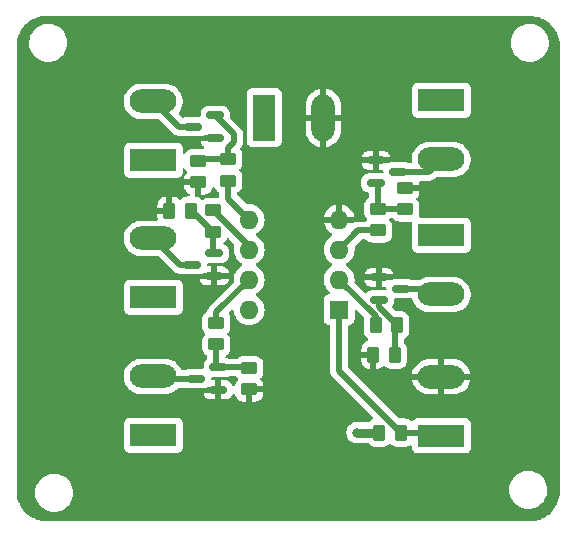
<source format=gbr>
%TF.GenerationSoftware,KiCad,Pcbnew,6.0.10-86aedd382b~118~ubuntu22.10.1*%
%TF.CreationDate,2023-02-01T22:33:22-08:00*%
%TF.ProjectId,lightBoard,6c696768-7442-46f6-9172-642e6b696361,rev?*%
%TF.SameCoordinates,Original*%
%TF.FileFunction,Copper,L2,Bot*%
%TF.FilePolarity,Positive*%
%FSLAX46Y46*%
G04 Gerber Fmt 4.6, Leading zero omitted, Abs format (unit mm)*
G04 Created by KiCad (PCBNEW 6.0.10-86aedd382b~118~ubuntu22.10.1) date 2023-02-01 22:33:22*
%MOMM*%
%LPD*%
G01*
G04 APERTURE LIST*
G04 Aperture macros list*
%AMRoundRect*
0 Rectangle with rounded corners*
0 $1 Rounding radius*
0 $2 $3 $4 $5 $6 $7 $8 $9 X,Y pos of 4 corners*
0 Add a 4 corners polygon primitive as box body*
4,1,4,$2,$3,$4,$5,$6,$7,$8,$9,$2,$3,0*
0 Add four circle primitives for the rounded corners*
1,1,$1+$1,$2,$3*
1,1,$1+$1,$4,$5*
1,1,$1+$1,$6,$7*
1,1,$1+$1,$8,$9*
0 Add four rect primitives between the rounded corners*
20,1,$1+$1,$2,$3,$4,$5,0*
20,1,$1+$1,$4,$5,$6,$7,0*
20,1,$1+$1,$6,$7,$8,$9,0*
20,1,$1+$1,$8,$9,$2,$3,0*%
G04 Aperture macros list end*
%TA.AperFunction,SMDPad,CuDef*%
%ADD10RoundRect,0.250000X0.450000X-0.262500X0.450000X0.262500X-0.450000X0.262500X-0.450000X-0.262500X0*%
%TD*%
%TA.AperFunction,SMDPad,CuDef*%
%ADD11RoundRect,0.250000X-0.262500X-0.450000X0.262500X-0.450000X0.262500X0.450000X-0.262500X0.450000X0*%
%TD*%
%TA.AperFunction,SMDPad,CuDef*%
%ADD12RoundRect,0.250000X-0.450000X0.262500X-0.450000X-0.262500X0.450000X-0.262500X0.450000X0.262500X0*%
%TD*%
%TA.AperFunction,SMDPad,CuDef*%
%ADD13RoundRect,0.250000X0.262500X0.450000X-0.262500X0.450000X-0.262500X-0.450000X0.262500X-0.450000X0*%
%TD*%
%TA.AperFunction,ComponentPad*%
%ADD14R,1.600000X1.600000*%
%TD*%
%TA.AperFunction,ComponentPad*%
%ADD15O,1.600000X1.600000*%
%TD*%
%TA.AperFunction,SMDPad,CuDef*%
%ADD16RoundRect,0.150000X0.587500X0.150000X-0.587500X0.150000X-0.587500X-0.150000X0.587500X-0.150000X0*%
%TD*%
%TA.AperFunction,SMDPad,CuDef*%
%ADD17RoundRect,0.150000X-0.587500X-0.150000X0.587500X-0.150000X0.587500X0.150000X-0.587500X0.150000X0*%
%TD*%
%TA.AperFunction,ComponentPad*%
%ADD18O,3.960000X1.980000*%
%TD*%
%TA.AperFunction,ComponentPad*%
%ADD19R,3.960000X1.980000*%
%TD*%
%TA.AperFunction,ComponentPad*%
%ADD20R,1.980000X3.960000*%
%TD*%
%TA.AperFunction,ComponentPad*%
%ADD21O,1.980000X3.960000*%
%TD*%
%TA.AperFunction,ViaPad*%
%ADD22C,0.800000*%
%TD*%
%TA.AperFunction,Conductor*%
%ADD23C,0.750000*%
%TD*%
%TA.AperFunction,Conductor*%
%ADD24C,0.500000*%
%TD*%
G04 APERTURE END LIST*
D10*
%TO.P,R12,1*%
%TO.N,GND*%
X122428000Y-47648500D03*
%TO.P,R12,2*%
%TO.N,Net-(Q6-Pad1)*%
X122428000Y-45823500D03*
%TD*%
%TO.P,R11,1*%
%TO.N,GND*%
X126746000Y-65174500D03*
%TO.P,R11,2*%
%TO.N,Net-(Q5-Pad1)*%
X126746000Y-63349500D03*
%TD*%
D11*
%TO.P,R10,1*%
%TO.N,GND*%
X119991500Y-50038000D03*
%TO.P,R10,2*%
%TO.N,Net-(Q4-Pad1)*%
X121816500Y-50038000D03*
%TD*%
D10*
%TO.P,R9,2*%
%TO.N,Net-(Q6-Pad1)*%
X124968000Y-45673000D03*
%TO.P,R9,1*%
%TO.N,PB0*%
X124968000Y-47498000D03*
%TD*%
D12*
%TO.P,R8,1*%
%TO.N,PB2*%
X123952000Y-59539500D03*
%TO.P,R8,2*%
%TO.N,Net-(Q5-Pad1)*%
X123952000Y-61364500D03*
%TD*%
%TO.P,R7,1*%
%TO.N,PB1*%
X123698000Y-49991000D03*
%TO.P,R7,2*%
%TO.N,Net-(Q4-Pad1)*%
X123698000Y-51816000D03*
%TD*%
%TO.P,R5,1*%
%TO.N,GND*%
X139954000Y-48109500D03*
%TO.P,R5,2*%
%TO.N,Net-(Q2-Pad1)*%
X139954000Y-49934500D03*
%TD*%
D11*
%TO.P,R4,1*%
%TO.N,GND*%
X137263500Y-62230000D03*
%TO.P,R4,2*%
%TO.N,Net-(Q1-Pad1)*%
X139088500Y-62230000D03*
%TD*%
D13*
%TO.P,R3,2*%
%TO.N,+5V*%
X137771500Y-68834000D03*
%TO.P,R3,1*%
%TO.N,PB5*%
X139596500Y-68834000D03*
%TD*%
D10*
%TO.P,R2,1*%
%TO.N,PB4*%
X137668000Y-51712500D03*
%TO.P,R2,2*%
%TO.N,Net-(Q2-Pad1)*%
X137668000Y-49887500D03*
%TD*%
D11*
%TO.P,R1,1*%
%TO.N,PB3*%
X137454500Y-59738000D03*
%TO.P,R1,2*%
%TO.N,Net-(Q1-Pad1)*%
X139279500Y-59738000D03*
%TD*%
D14*
%TO.P,U1,1,~{RESET}/PB5*%
%TO.N,PB5*%
X134356000Y-58410000D03*
D15*
%TO.P,U1,2,XTAL1/PB3*%
%TO.N,PB3*%
X134356000Y-55870000D03*
%TO.P,U1,3,XTAL2/PB4*%
%TO.N,PB4*%
X134356000Y-53330000D03*
%TO.P,U1,4,GND*%
%TO.N,GND*%
X134356000Y-50790000D03*
%TO.P,U1,5,AREF/PB0*%
%TO.N,PB0*%
X126736000Y-50790000D03*
%TO.P,U1,6,PB1*%
%TO.N,PB1*%
X126736000Y-53330000D03*
%TO.P,U1,7,PB2*%
%TO.N,PB2*%
X126736000Y-55870000D03*
%TO.P,U1,8,VCC*%
%TO.N,+5V*%
X126736000Y-58410000D03*
%TD*%
D16*
%TO.P,Q6,3,D*%
%TO.N,Net-(J7-Pad2)*%
X121998500Y-42926000D03*
%TO.P,Q6,2,S*%
%TO.N,GND*%
X123873500Y-43876000D03*
%TO.P,Q6,1,G*%
%TO.N,Net-(Q6-Pad1)*%
X123873500Y-41976000D03*
%TD*%
%TO.P,Q5,1,G*%
%TO.N,Net-(Q5-Pad1)*%
X124127500Y-63312000D03*
%TO.P,Q5,2,S*%
%TO.N,GND*%
X124127500Y-65212000D03*
%TO.P,Q5,3,D*%
%TO.N,Net-(J6-Pad2)*%
X122252500Y-64262000D03*
%TD*%
%TO.P,Q4,1,G*%
%TO.N,Net-(Q4-Pad1)*%
X123795000Y-53660000D03*
%TO.P,Q4,2,S*%
%TO.N,GND*%
X123795000Y-55560000D03*
%TO.P,Q4,3,D*%
%TO.N,Net-(J5-Pad2)*%
X121920000Y-54610000D03*
%TD*%
D17*
%TO.P,Q2,3,D*%
%TO.N,Net-(J2-Pad2)*%
X139367500Y-46736000D03*
%TO.P,Q2,2,S*%
%TO.N,GND*%
X137492500Y-45786000D03*
%TO.P,Q2,1,G*%
%TO.N,Net-(Q2-Pad1)*%
X137492500Y-47686000D03*
%TD*%
%TO.P,Q1,1,G*%
%TO.N,Net-(Q1-Pad1)*%
X137744500Y-57592000D03*
%TO.P,Q1,2,S*%
%TO.N,GND*%
X137744500Y-55692000D03*
%TO.P,Q1,3,D*%
%TO.N,Net-(J1-Pad2)*%
X139619500Y-56642000D03*
%TD*%
D18*
%TO.P,J7,2,Pin_2*%
%TO.N,Net-(J7-Pad2)*%
X118618000Y-40771000D03*
D19*
%TO.P,J7,1,Pin_1*%
%TO.N,+5V*%
X118618000Y-45771000D03*
%TD*%
D18*
%TO.P,J6,2,Pin_2*%
%TO.N,Net-(J6-Pad2)*%
X118618000Y-64059000D03*
D19*
%TO.P,J6,1,Pin_1*%
%TO.N,+5V*%
X118618000Y-69059000D03*
%TD*%
D18*
%TO.P,J5,2,Pin_2*%
%TO.N,Net-(J5-Pad2)*%
X118618000Y-52375000D03*
D19*
%TO.P,J5,1,Pin_1*%
%TO.N,+5V*%
X118618000Y-57375000D03*
%TD*%
D20*
%TO.P,J4,1,Pin_1*%
%TO.N,+5V*%
X128016000Y-42164000D03*
D21*
%TO.P,J4,2,Pin_2*%
%TO.N,GND*%
X133016000Y-42164000D03*
%TD*%
D19*
%TO.P,J3,1,Pin_1*%
%TO.N,PB5*%
X143002000Y-69088000D03*
D18*
%TO.P,J3,2,Pin_2*%
%TO.N,GND*%
X143002000Y-64088000D03*
%TD*%
%TO.P,J2,2,Pin_2*%
%TO.N,Net-(J2-Pad2)*%
X143002000Y-45698000D03*
D19*
%TO.P,J2,1,Pin_1*%
%TO.N,+5V*%
X143002000Y-40698000D03*
%TD*%
D18*
%TO.P,J1,2,Pin_2*%
%TO.N,Net-(J1-Pad2)*%
X143002000Y-57128000D03*
D19*
%TO.P,J1,1,Pin_1*%
%TO.N,+5V*%
X143002000Y-52128000D03*
%TD*%
D22*
%TO.N,GND*%
X150622000Y-55372000D03*
X110744000Y-55372000D03*
X130556000Y-62230000D03*
X130556000Y-54610000D03*
X137922000Y-42164000D03*
X130556000Y-42164000D03*
X123444000Y-36830000D03*
X139192000Y-37084000D03*
%TO.N,+5V*%
X135890000Y-68834000D03*
%TD*%
D23*
%TO.N,+5V*%
X135890000Y-68834000D02*
X137771500Y-68834000D01*
D24*
%TO.N,Net-(Q5-Pad1)*%
X124127500Y-63312000D02*
X126708500Y-63312000D01*
X126708500Y-63312000D02*
X126746000Y-63349500D01*
%TO.N,Net-(Q1-Pad1)*%
X139088500Y-62230000D02*
X139088500Y-59929000D01*
X139088500Y-59929000D02*
X139279500Y-59738000D01*
%TO.N,Net-(Q4-Pad1)*%
X121816500Y-50038000D02*
X121920000Y-50038000D01*
X121920000Y-50038000D02*
X123698000Y-51816000D01*
%TO.N,Net-(Q2-Pad1)*%
X137668000Y-49887500D02*
X139907000Y-49887500D01*
X139907000Y-49887500D02*
X139954000Y-49934500D01*
%TO.N,PB4*%
X137668000Y-51712500D02*
X135973500Y-51712500D01*
X135973500Y-51712500D02*
X134356000Y-53330000D01*
%TO.N,Net-(Q2-Pad1)*%
X137668000Y-49887500D02*
X137668000Y-47861500D01*
X137668000Y-47861500D02*
X137492500Y-47686000D01*
%TO.N,PB5*%
X139596500Y-68834000D02*
X134356000Y-63593500D01*
X134356000Y-63593500D02*
X134356000Y-58410000D01*
X139596500Y-68834000D02*
X142748000Y-68834000D01*
X142748000Y-68834000D02*
X143002000Y-69088000D01*
%TO.N,PB3*%
X137454500Y-59738000D02*
X137454500Y-58968500D01*
X137454500Y-58968500D02*
X134356000Y-55870000D01*
%TO.N,Net-(Q1-Pad1)*%
X137744500Y-57592000D02*
X137744500Y-58203000D01*
X137744500Y-58203000D02*
X139279500Y-59738000D01*
%TO.N,Net-(J2-Pad2)*%
X139367500Y-46736000D02*
X141964000Y-46736000D01*
X141964000Y-46736000D02*
X143002000Y-45698000D01*
%TO.N,Net-(J1-Pad2)*%
X139619500Y-56642000D02*
X142516000Y-56642000D01*
X142516000Y-56642000D02*
X143002000Y-57128000D01*
%TO.N,Net-(J6-Pad2)*%
X122252500Y-64262000D02*
X118821000Y-64262000D01*
X118821000Y-64262000D02*
X118618000Y-64059000D01*
%TO.N,Net-(J5-Pad2)*%
X121920000Y-54610000D02*
X120853000Y-54610000D01*
X120853000Y-54610000D02*
X118618000Y-52375000D01*
%TO.N,Net-(J7-Pad2)*%
X121998500Y-42926000D02*
X120773000Y-42926000D01*
X120773000Y-42926000D02*
X118618000Y-40771000D01*
%TO.N,Net-(Q6-Pad1)*%
X124968000Y-45673000D02*
X122578500Y-45673000D01*
X122578500Y-45673000D02*
X122428000Y-45823500D01*
X124968000Y-44704000D02*
X125476000Y-44196000D01*
X124968000Y-45673000D02*
X124968000Y-44704000D01*
X125476000Y-44196000D02*
X125476000Y-43578500D01*
X125476000Y-43578500D02*
X123873500Y-41976000D01*
%TO.N,PB0*%
X124968000Y-47498000D02*
X124968000Y-49022000D01*
X124968000Y-49022000D02*
X126736000Y-50790000D01*
%TO.N,Net-(Q4-Pad1)*%
X123698000Y-51816000D02*
X123698000Y-53563000D01*
X123698000Y-53563000D02*
X123795000Y-53660000D01*
%TO.N,PB1*%
X123698000Y-49991000D02*
X126736000Y-53029000D01*
X126736000Y-53029000D02*
X126736000Y-53330000D01*
%TO.N,PB2*%
X126736000Y-55870000D02*
X123952000Y-58654000D01*
X123952000Y-58654000D02*
X123952000Y-59539500D01*
%TO.N,Net-(Q5-Pad1)*%
X123952000Y-61364500D02*
X123952000Y-63136500D01*
X123952000Y-63136500D02*
X124127500Y-63312000D01*
%TD*%
%TA.AperFunction,Conductor*%
%TO.N,GND*%
G36*
X150449316Y-33534534D02*
G01*
X150468659Y-33536034D01*
X150476143Y-33537199D01*
X150483585Y-33538358D01*
X150483587Y-33538358D01*
X150492456Y-33539739D01*
X150510452Y-33537386D01*
X150533848Y-33536520D01*
X150646781Y-33542864D01*
X150776003Y-33550123D01*
X150790036Y-33551704D01*
X151056854Y-33597042D01*
X151070606Y-33600182D01*
X151242215Y-33649624D01*
X151330660Y-33675106D01*
X151343997Y-33679773D01*
X151594023Y-33783341D01*
X151606753Y-33789472D01*
X151644695Y-33810442D01*
X151821733Y-33908290D01*
X151843609Y-33920381D01*
X151855557Y-33927888D01*
X152076292Y-34084513D01*
X152087315Y-34093304D01*
X152210659Y-34203534D01*
X152289116Y-34273650D01*
X152299107Y-34283642D01*
X152479428Y-34485427D01*
X152488238Y-34496474D01*
X152611283Y-34669894D01*
X152644842Y-34717193D01*
X152652359Y-34729157D01*
X152783260Y-34966012D01*
X152789391Y-34978743D01*
X152892953Y-35228775D01*
X152897619Y-35242112D01*
X152971010Y-35496871D01*
X152972532Y-35502156D01*
X152975675Y-35515928D01*
X153021005Y-35782742D01*
X153022585Y-35796768D01*
X153035502Y-36026842D01*
X153035794Y-36032045D01*
X153034492Y-36058488D01*
X153033048Y-36067764D01*
X153034212Y-36076665D01*
X153037176Y-36099336D01*
X153038239Y-36115671D01*
X153038239Y-73741367D01*
X153036738Y-73760755D01*
X153034429Y-73775579D01*
X153034429Y-73775588D01*
X153033048Y-73784456D01*
X153035401Y-73802452D01*
X153036267Y-73825848D01*
X153031682Y-73907469D01*
X153022664Y-74068009D01*
X153021083Y-74082039D01*
X152975743Y-74348871D01*
X152972607Y-74362608D01*
X152897683Y-74622668D01*
X152893017Y-74636004D01*
X152789446Y-74886043D01*
X152783315Y-74898773D01*
X152652409Y-75135627D01*
X152644892Y-75147591D01*
X152488277Y-75368319D01*
X152479479Y-75379350D01*
X152365892Y-75506454D01*
X152299140Y-75581149D01*
X152289150Y-75591139D01*
X152087350Y-75771479D01*
X152076319Y-75780277D01*
X151879630Y-75919835D01*
X151855591Y-75936892D01*
X151843627Y-75944409D01*
X151606773Y-76075315D01*
X151594043Y-76081446D01*
X151344004Y-76185017D01*
X151330671Y-76189682D01*
X151070608Y-76264607D01*
X151056871Y-76267743D01*
X150790039Y-76313083D01*
X150776008Y-76314664D01*
X150541139Y-76327857D01*
X150514691Y-76326555D01*
X150513885Y-76326430D01*
X150513884Y-76326430D01*
X150505008Y-76325048D01*
X150475355Y-76328926D01*
X150473451Y-76329175D01*
X150457112Y-76330239D01*
X109646633Y-76330239D01*
X109627245Y-76328738D01*
X109612421Y-76326429D01*
X109612412Y-76326429D01*
X109603544Y-76325048D01*
X109585548Y-76327401D01*
X109562152Y-76328267D01*
X109442174Y-76321528D01*
X109319991Y-76314664D01*
X109305961Y-76313083D01*
X109039129Y-76267743D01*
X109025392Y-76264607D01*
X108765329Y-76189682D01*
X108751996Y-76185017D01*
X108501957Y-76081446D01*
X108489227Y-76075315D01*
X108252373Y-75944409D01*
X108240409Y-75936892D01*
X108216370Y-75919835D01*
X108019681Y-75780277D01*
X108008650Y-75771479D01*
X107806850Y-75591139D01*
X107796860Y-75581149D01*
X107730108Y-75506454D01*
X107616521Y-75379350D01*
X107607723Y-75368319D01*
X107451108Y-75147591D01*
X107443591Y-75135627D01*
X107312685Y-74898773D01*
X107306554Y-74886043D01*
X107202983Y-74636004D01*
X107198317Y-74622668D01*
X107123393Y-74362608D01*
X107120257Y-74348871D01*
X107074917Y-74082039D01*
X107073336Y-74068008D01*
X107064685Y-73914000D01*
X108622526Y-73914000D01*
X108642391Y-74166403D01*
X108701495Y-74412591D01*
X108703388Y-74417162D01*
X108703389Y-74417164D01*
X108794036Y-74636004D01*
X108798384Y-74646502D01*
X108930672Y-74862376D01*
X109095102Y-75054898D01*
X109287624Y-75219328D01*
X109503498Y-75351616D01*
X109508068Y-75353509D01*
X109508072Y-75353511D01*
X109732836Y-75446611D01*
X109737409Y-75448505D01*
X109822032Y-75468821D01*
X109978784Y-75506454D01*
X109978790Y-75506455D01*
X109983597Y-75507609D01*
X110083416Y-75515465D01*
X110170345Y-75522307D01*
X110170352Y-75522307D01*
X110172801Y-75522500D01*
X110299199Y-75522500D01*
X110301648Y-75522307D01*
X110301655Y-75522307D01*
X110388584Y-75515465D01*
X110488403Y-75507609D01*
X110493210Y-75506455D01*
X110493216Y-75506454D01*
X110649968Y-75468821D01*
X110734591Y-75448505D01*
X110739164Y-75446611D01*
X110963928Y-75353511D01*
X110963932Y-75353509D01*
X110968502Y-75351616D01*
X111184376Y-75219328D01*
X111376898Y-75054898D01*
X111541328Y-74862376D01*
X111673616Y-74646502D01*
X111677965Y-74636004D01*
X111768611Y-74417164D01*
X111768612Y-74417162D01*
X111770505Y-74412591D01*
X111829609Y-74166403D01*
X111849474Y-73914000D01*
X111829609Y-73661597D01*
X111829226Y-73660000D01*
X148754526Y-73660000D01*
X148774391Y-73912403D01*
X148775545Y-73917210D01*
X148775546Y-73917216D01*
X148811748Y-74068008D01*
X148833495Y-74158591D01*
X148930384Y-74392502D01*
X149062672Y-74608376D01*
X149227102Y-74800898D01*
X149419624Y-74965328D01*
X149635498Y-75097616D01*
X149640068Y-75099509D01*
X149640072Y-75099511D01*
X149864836Y-75192611D01*
X149869409Y-75194505D01*
X149954032Y-75214821D01*
X150110784Y-75252454D01*
X150110790Y-75252455D01*
X150115597Y-75253609D01*
X150215416Y-75261465D01*
X150302345Y-75268307D01*
X150302352Y-75268307D01*
X150304801Y-75268500D01*
X150431199Y-75268500D01*
X150433648Y-75268307D01*
X150433655Y-75268307D01*
X150520584Y-75261465D01*
X150620403Y-75253609D01*
X150625210Y-75252455D01*
X150625216Y-75252454D01*
X150781968Y-75214821D01*
X150866591Y-75194505D01*
X150871164Y-75192611D01*
X151095928Y-75099511D01*
X151095932Y-75099509D01*
X151100502Y-75097616D01*
X151316376Y-74965328D01*
X151508898Y-74800898D01*
X151673328Y-74608376D01*
X151805616Y-74392502D01*
X151902505Y-74158591D01*
X151924252Y-74068008D01*
X151960454Y-73917216D01*
X151960455Y-73917210D01*
X151961609Y-73912403D01*
X151981474Y-73660000D01*
X151961609Y-73407597D01*
X151902505Y-73161409D01*
X151823154Y-72969838D01*
X151807511Y-72932072D01*
X151807509Y-72932068D01*
X151805616Y-72927498D01*
X151673328Y-72711624D01*
X151508898Y-72519102D01*
X151316376Y-72354672D01*
X151100502Y-72222384D01*
X151095932Y-72220491D01*
X151095928Y-72220489D01*
X150871164Y-72127389D01*
X150871162Y-72127388D01*
X150866591Y-72125495D01*
X150781968Y-72105179D01*
X150625216Y-72067546D01*
X150625210Y-72067545D01*
X150620403Y-72066391D01*
X150520584Y-72058535D01*
X150433655Y-72051693D01*
X150433648Y-72051693D01*
X150431199Y-72051500D01*
X150304801Y-72051500D01*
X150302352Y-72051693D01*
X150302345Y-72051693D01*
X150215416Y-72058535D01*
X150115597Y-72066391D01*
X150110790Y-72067545D01*
X150110784Y-72067546D01*
X149954032Y-72105179D01*
X149869409Y-72125495D01*
X149864838Y-72127388D01*
X149864836Y-72127389D01*
X149640072Y-72220489D01*
X149640068Y-72220491D01*
X149635498Y-72222384D01*
X149419624Y-72354672D01*
X149227102Y-72519102D01*
X149062672Y-72711624D01*
X148930384Y-72927498D01*
X148928491Y-72932068D01*
X148928489Y-72932072D01*
X148912846Y-72969838D01*
X148833495Y-73161409D01*
X148774391Y-73407597D01*
X148754526Y-73660000D01*
X111829226Y-73660000D01*
X111828043Y-73655070D01*
X111771660Y-73420221D01*
X111770505Y-73415409D01*
X111673616Y-73181498D01*
X111541328Y-72965624D01*
X111376898Y-72773102D01*
X111184376Y-72608672D01*
X110968502Y-72476384D01*
X110963932Y-72474491D01*
X110963928Y-72474489D01*
X110739164Y-72381389D01*
X110739162Y-72381388D01*
X110734591Y-72379495D01*
X110620440Y-72352090D01*
X110493216Y-72321546D01*
X110493210Y-72321545D01*
X110488403Y-72320391D01*
X110388584Y-72312535D01*
X110301655Y-72305693D01*
X110301648Y-72305693D01*
X110299199Y-72305500D01*
X110172801Y-72305500D01*
X110170352Y-72305693D01*
X110170345Y-72305693D01*
X110083416Y-72312535D01*
X109983597Y-72320391D01*
X109978790Y-72321545D01*
X109978784Y-72321546D01*
X109851560Y-72352090D01*
X109737409Y-72379495D01*
X109732838Y-72381388D01*
X109732836Y-72381389D01*
X109508072Y-72474489D01*
X109508068Y-72474491D01*
X109503498Y-72476384D01*
X109287624Y-72608672D01*
X109095102Y-72773102D01*
X108930672Y-72965624D01*
X108798384Y-73181498D01*
X108701495Y-73415409D01*
X108700340Y-73420221D01*
X108643958Y-73655070D01*
X108642391Y-73661597D01*
X108622526Y-73914000D01*
X107064685Y-73914000D01*
X107060143Y-73833139D01*
X107061445Y-73806691D01*
X107061570Y-73805885D01*
X107061570Y-73805884D01*
X107062952Y-73797008D01*
X107058825Y-73765451D01*
X107057761Y-73749112D01*
X107057761Y-70097134D01*
X116129500Y-70097134D01*
X116136255Y-70159316D01*
X116187385Y-70295705D01*
X116274739Y-70412261D01*
X116391295Y-70499615D01*
X116527684Y-70550745D01*
X116589866Y-70557500D01*
X120646134Y-70557500D01*
X120708316Y-70550745D01*
X120844705Y-70499615D01*
X120961261Y-70412261D01*
X121048615Y-70295705D01*
X121099745Y-70159316D01*
X121106500Y-70097134D01*
X121106500Y-68020866D01*
X121099745Y-67958684D01*
X121048615Y-67822295D01*
X120961261Y-67705739D01*
X120844705Y-67618385D01*
X120708316Y-67567255D01*
X120646134Y-67560500D01*
X116589866Y-67560500D01*
X116527684Y-67567255D01*
X116391295Y-67618385D01*
X116274739Y-67705739D01*
X116187385Y-67822295D01*
X116136255Y-67958684D01*
X116129500Y-68020866D01*
X116129500Y-70097134D01*
X107057761Y-70097134D01*
X107057761Y-64163888D01*
X116128027Y-64163888D01*
X116165299Y-64407464D01*
X116241853Y-64641682D01*
X116244241Y-64646270D01*
X116244243Y-64646274D01*
X116353244Y-64855663D01*
X116355633Y-64860252D01*
X116358736Y-64864385D01*
X116358738Y-64864388D01*
X116500479Y-65053168D01*
X116503584Y-65057303D01*
X116681731Y-65227545D01*
X116686003Y-65230459D01*
X116686004Y-65230460D01*
X116881011Y-65363485D01*
X116881016Y-65363488D01*
X116885291Y-65366404D01*
X116889980Y-65368580D01*
X116889986Y-65368584D01*
X117104106Y-65467975D01*
X117104111Y-65467977D01*
X117108797Y-65470152D01*
X117113775Y-65471532D01*
X117113779Y-65471534D01*
X117341274Y-65534623D01*
X117346247Y-65536002D01*
X117452864Y-65547396D01*
X117544071Y-65557144D01*
X117544079Y-65557144D01*
X117547406Y-65557500D01*
X119670469Y-65557500D01*
X119673042Y-65557288D01*
X119673053Y-65557288D01*
X119848432Y-65542869D01*
X119848438Y-65542868D01*
X119853583Y-65542445D01*
X120022326Y-65500060D01*
X120087559Y-65483675D01*
X120087563Y-65483674D01*
X120092570Y-65482416D01*
X120097303Y-65480358D01*
X120097306Y-65480357D01*
X120103023Y-65477871D01*
X122888456Y-65477871D01*
X122929107Y-65617790D01*
X122935352Y-65632221D01*
X123011911Y-65761678D01*
X123021551Y-65774104D01*
X123127896Y-65880449D01*
X123140322Y-65890089D01*
X123269779Y-65966648D01*
X123284210Y-65972893D01*
X123430065Y-66015269D01*
X123442667Y-66017570D01*
X123471084Y-66019807D01*
X123476014Y-66020000D01*
X123855385Y-66020000D01*
X123870624Y-66015525D01*
X123871829Y-66014135D01*
X123873500Y-66006452D01*
X123873500Y-65484115D01*
X123869025Y-65468876D01*
X123867635Y-65467671D01*
X123859952Y-65466000D01*
X122903122Y-65466000D01*
X122889591Y-65469973D01*
X122888456Y-65477871D01*
X120103023Y-65477871D01*
X120313807Y-65386220D01*
X120313810Y-65386218D01*
X120318544Y-65384160D01*
X120322878Y-65381356D01*
X120322882Y-65381354D01*
X120521092Y-65253126D01*
X120521098Y-65253121D01*
X120525436Y-65250315D01*
X120547257Y-65230460D01*
X120583402Y-65197570D01*
X120707690Y-65084477D01*
X120710896Y-65080418D01*
X120720383Y-65068406D01*
X120778300Y-65027344D01*
X120819263Y-65020500D01*
X121381246Y-65020500D01*
X121416398Y-65025503D01*
X121554989Y-65065767D01*
X121554993Y-65065768D01*
X121561169Y-65067562D01*
X121567574Y-65068066D01*
X121567579Y-65068067D01*
X121596042Y-65070307D01*
X121596050Y-65070307D01*
X121598498Y-65070500D01*
X122906502Y-65070500D01*
X122908950Y-65070307D01*
X122908958Y-65070307D01*
X122937421Y-65068067D01*
X122937426Y-65068066D01*
X122943831Y-65067562D01*
X123088601Y-65025503D01*
X123095988Y-65023357D01*
X123095990Y-65023356D01*
X123103601Y-65021145D01*
X123180703Y-64975547D01*
X123244842Y-64958000D01*
X123855385Y-64958000D01*
X123870624Y-64953525D01*
X123871829Y-64952135D01*
X123873500Y-64944452D01*
X123873500Y-64422116D01*
X123869025Y-64406877D01*
X123867635Y-64405672D01*
X123859952Y-64404001D01*
X123624500Y-64404001D01*
X123556379Y-64383999D01*
X123509886Y-64330343D01*
X123498500Y-64278001D01*
X123498500Y-64246500D01*
X123518502Y-64178379D01*
X123572158Y-64131886D01*
X123624500Y-64120500D01*
X124781502Y-64120500D01*
X124783950Y-64120307D01*
X124783958Y-64120307D01*
X124812421Y-64118067D01*
X124812426Y-64118066D01*
X124818831Y-64117562D01*
X124825007Y-64115768D01*
X124825011Y-64115767D01*
X124963602Y-64075503D01*
X124998754Y-64070500D01*
X125629520Y-64070500D01*
X125697641Y-64090502D01*
X125718536Y-64107325D01*
X125747890Y-64136628D01*
X125784463Y-64173138D01*
X125818542Y-64235421D01*
X125813539Y-64306241D01*
X125784618Y-64351329D01*
X125702261Y-64433829D01*
X125693249Y-64445240D01*
X125608184Y-64583243D01*
X125602037Y-64596424D01*
X125550863Y-64750708D01*
X125550455Y-64752611D01*
X125549880Y-64753672D01*
X125548696Y-64757241D01*
X125548060Y-64757030D01*
X125516620Y-64815027D01*
X125454412Y-64849242D01*
X125383581Y-64844393D01*
X125326616Y-64802020D01*
X125318799Y-64790343D01*
X125243089Y-64662323D01*
X125233449Y-64649896D01*
X125127104Y-64543551D01*
X125114678Y-64533911D01*
X124985221Y-64457352D01*
X124970790Y-64451107D01*
X124824935Y-64408731D01*
X124812333Y-64406430D01*
X124783916Y-64404193D01*
X124778986Y-64404000D01*
X124399615Y-64404000D01*
X124384376Y-64408475D01*
X124383171Y-64409865D01*
X124381500Y-64417548D01*
X124381500Y-66001884D01*
X124385975Y-66017123D01*
X124387365Y-66018328D01*
X124395048Y-66019999D01*
X124778984Y-66019999D01*
X124783920Y-66019805D01*
X124812336Y-66017570D01*
X124824931Y-66015270D01*
X124970790Y-65972893D01*
X124985221Y-65966648D01*
X125114678Y-65890089D01*
X125127104Y-65880449D01*
X125233449Y-65774104D01*
X125243089Y-65761678D01*
X125319649Y-65632219D01*
X125325643Y-65618369D01*
X125371055Y-65563796D01*
X125438763Y-65542437D01*
X125507269Y-65561075D01*
X125554825Y-65613791D01*
X125560803Y-65628537D01*
X125602587Y-65753782D01*
X125608761Y-65766962D01*
X125694063Y-65904807D01*
X125703099Y-65916208D01*
X125817829Y-66030739D01*
X125829240Y-66039751D01*
X125967243Y-66124816D01*
X125980424Y-66130963D01*
X126134710Y-66182138D01*
X126148086Y-66185005D01*
X126242438Y-66194672D01*
X126248854Y-66195000D01*
X126473885Y-66195000D01*
X126489124Y-66190525D01*
X126490329Y-66189135D01*
X126492000Y-66181452D01*
X126492000Y-66176884D01*
X127000000Y-66176884D01*
X127004475Y-66192123D01*
X127005865Y-66193328D01*
X127013548Y-66194999D01*
X127243095Y-66194999D01*
X127249614Y-66194662D01*
X127345206Y-66184743D01*
X127358600Y-66181851D01*
X127512784Y-66130412D01*
X127525962Y-66124239D01*
X127663807Y-66038937D01*
X127675208Y-66029901D01*
X127789739Y-65915171D01*
X127798751Y-65903760D01*
X127883816Y-65765757D01*
X127889963Y-65752576D01*
X127941138Y-65598290D01*
X127944005Y-65584914D01*
X127953672Y-65490562D01*
X127954000Y-65484146D01*
X127954000Y-65446615D01*
X127949525Y-65431376D01*
X127948135Y-65430171D01*
X127940452Y-65428500D01*
X127018115Y-65428500D01*
X127002876Y-65432975D01*
X127001671Y-65434365D01*
X127000000Y-65442048D01*
X127000000Y-66176884D01*
X126492000Y-66176884D01*
X126492000Y-65046500D01*
X126512002Y-64978379D01*
X126565658Y-64931886D01*
X126618000Y-64920500D01*
X127935884Y-64920500D01*
X127951123Y-64916025D01*
X127952328Y-64914635D01*
X127953999Y-64906952D01*
X127953999Y-64864905D01*
X127953662Y-64858386D01*
X127943743Y-64762794D01*
X127940851Y-64749400D01*
X127889412Y-64595216D01*
X127883239Y-64582038D01*
X127797937Y-64444193D01*
X127788901Y-64432792D01*
X127707538Y-64351570D01*
X127673459Y-64289287D01*
X127678462Y-64218467D01*
X127707383Y-64173380D01*
X127790130Y-64090488D01*
X127790134Y-64090483D01*
X127795305Y-64085303D01*
X127804117Y-64071008D01*
X127884275Y-63940968D01*
X127884276Y-63940966D01*
X127888115Y-63934738D01*
X127923034Y-63829460D01*
X127941632Y-63773389D01*
X127941632Y-63773387D01*
X127943797Y-63766861D01*
X127946976Y-63735839D01*
X127953718Y-63670029D01*
X127954500Y-63662400D01*
X127954500Y-63036600D01*
X127943526Y-62930834D01*
X127930428Y-62891573D01*
X127889868Y-62770002D01*
X127887550Y-62763054D01*
X127794478Y-62612652D01*
X127774668Y-62592876D01*
X127674483Y-62492866D01*
X127669303Y-62487695D01*
X127638781Y-62468881D01*
X127524968Y-62398725D01*
X127524966Y-62398724D01*
X127518738Y-62394885D01*
X127358254Y-62341655D01*
X127357389Y-62341368D01*
X127357387Y-62341368D01*
X127350861Y-62339203D01*
X127344025Y-62338503D01*
X127344022Y-62338502D01*
X127300880Y-62334082D01*
X127246400Y-62328500D01*
X126245600Y-62328500D01*
X126242354Y-62328837D01*
X126242350Y-62328837D01*
X126146692Y-62338762D01*
X126146688Y-62338763D01*
X126139834Y-62339474D01*
X126133298Y-62341655D01*
X126133296Y-62341655D01*
X126127017Y-62343750D01*
X125972054Y-62395450D01*
X125821652Y-62488522D01*
X125816479Y-62493704D01*
X125816474Y-62493708D01*
X125793705Y-62516517D01*
X125731423Y-62550597D01*
X125704532Y-62553500D01*
X124998754Y-62553500D01*
X124963602Y-62548497D01*
X124821086Y-62507093D01*
X124761250Y-62468881D01*
X124731572Y-62404384D01*
X124741475Y-62334082D01*
X124789935Y-62278952D01*
X124870120Y-62229332D01*
X124876348Y-62225478D01*
X125001305Y-62100303D01*
X125032523Y-62049658D01*
X125090275Y-61955968D01*
X125090276Y-61955966D01*
X125094115Y-61949738D01*
X125149797Y-61781861D01*
X125160500Y-61677400D01*
X125160500Y-61051600D01*
X125149526Y-60945834D01*
X125146178Y-60935797D01*
X125095868Y-60785002D01*
X125093550Y-60778054D01*
X125000478Y-60627652D01*
X124913891Y-60541216D01*
X124879812Y-60478934D01*
X124884815Y-60408114D01*
X124913736Y-60363025D01*
X124996134Y-60280483D01*
X125001305Y-60275303D01*
X125022081Y-60241598D01*
X125090275Y-60130968D01*
X125090276Y-60130966D01*
X125094115Y-60124738D01*
X125149797Y-59956861D01*
X125160500Y-59852400D01*
X125160500Y-59226600D01*
X125160163Y-59223350D01*
X125150238Y-59127692D01*
X125150237Y-59127688D01*
X125149526Y-59120834D01*
X125128014Y-59056353D01*
X125095868Y-58960002D01*
X125093550Y-58953054D01*
X125005409Y-58810620D01*
X124986571Y-58742169D01*
X125007732Y-58674400D01*
X125023458Y-58655223D01*
X125219061Y-58459620D01*
X125281373Y-58425594D01*
X125352188Y-58430659D01*
X125409024Y-58473206D01*
X125433677Y-58537733D01*
X125442457Y-58638087D01*
X125443881Y-58643400D01*
X125443881Y-58643402D01*
X125491169Y-58819880D01*
X125501716Y-58859243D01*
X125504039Y-58864224D01*
X125504039Y-58864225D01*
X125596151Y-59061762D01*
X125596154Y-59061767D01*
X125598477Y-59066749D01*
X125644050Y-59131834D01*
X125718109Y-59237600D01*
X125729802Y-59254300D01*
X125891700Y-59416198D01*
X125896208Y-59419355D01*
X125896211Y-59419357D01*
X125937542Y-59448297D01*
X126079251Y-59547523D01*
X126084233Y-59549846D01*
X126084238Y-59549849D01*
X126281775Y-59641961D01*
X126286757Y-59644284D01*
X126292065Y-59645706D01*
X126292067Y-59645707D01*
X126502598Y-59702119D01*
X126502600Y-59702119D01*
X126507913Y-59703543D01*
X126736000Y-59723498D01*
X126964087Y-59703543D01*
X126969400Y-59702119D01*
X126969402Y-59702119D01*
X127179933Y-59645707D01*
X127179935Y-59645706D01*
X127185243Y-59644284D01*
X127190225Y-59641961D01*
X127387762Y-59549849D01*
X127387767Y-59549846D01*
X127392749Y-59547523D01*
X127534458Y-59448297D01*
X127575789Y-59419357D01*
X127575792Y-59419355D01*
X127580300Y-59416198D01*
X127742198Y-59254300D01*
X127753892Y-59237600D01*
X127827950Y-59131834D01*
X127873523Y-59066749D01*
X127875846Y-59061767D01*
X127875849Y-59061762D01*
X127967961Y-58864225D01*
X127967961Y-58864224D01*
X127970284Y-58859243D01*
X127980832Y-58819880D01*
X128028119Y-58643402D01*
X128028119Y-58643400D01*
X128029543Y-58638087D01*
X128049498Y-58410000D01*
X128029543Y-58181913D01*
X128026686Y-58171251D01*
X127971707Y-57966067D01*
X127971706Y-57966065D01*
X127970284Y-57960757D01*
X127919574Y-57852008D01*
X127875849Y-57758238D01*
X127875846Y-57758233D01*
X127873523Y-57753251D01*
X127800098Y-57648389D01*
X127745357Y-57570211D01*
X127745355Y-57570208D01*
X127742198Y-57565700D01*
X127580300Y-57403802D01*
X127575792Y-57400645D01*
X127575789Y-57400643D01*
X127497611Y-57345902D01*
X127392749Y-57272477D01*
X127387767Y-57270154D01*
X127387762Y-57270151D01*
X127353543Y-57254195D01*
X127300258Y-57207278D01*
X127280797Y-57139001D01*
X127301339Y-57071041D01*
X127353543Y-57025805D01*
X127387762Y-57009849D01*
X127387767Y-57009846D01*
X127392749Y-57007523D01*
X127527015Y-56913509D01*
X127575789Y-56879357D01*
X127575792Y-56879355D01*
X127580300Y-56876198D01*
X127742198Y-56714300D01*
X127873523Y-56526749D01*
X127875846Y-56521767D01*
X127875849Y-56521762D01*
X127967961Y-56324225D01*
X127967961Y-56324224D01*
X127970284Y-56319243D01*
X127994613Y-56228449D01*
X128028119Y-56103402D01*
X128028119Y-56103400D01*
X128029543Y-56098087D01*
X128049498Y-55870000D01*
X133042502Y-55870000D01*
X133062457Y-56098087D01*
X133063881Y-56103400D01*
X133063881Y-56103402D01*
X133097388Y-56228449D01*
X133121716Y-56319243D01*
X133124039Y-56324224D01*
X133124039Y-56324225D01*
X133216151Y-56521762D01*
X133216154Y-56521767D01*
X133218477Y-56526749D01*
X133349802Y-56714300D01*
X133511700Y-56876198D01*
X133516211Y-56879357D01*
X133520424Y-56882892D01*
X133519473Y-56884026D01*
X133559471Y-56934071D01*
X133566776Y-57004690D01*
X133534742Y-57068049D01*
X133473538Y-57104030D01*
X133456483Y-57107082D01*
X133445684Y-57108255D01*
X133309295Y-57159385D01*
X133192739Y-57246739D01*
X133105385Y-57363295D01*
X133054255Y-57499684D01*
X133047500Y-57561866D01*
X133047500Y-59258134D01*
X133054255Y-59320316D01*
X133105385Y-59456705D01*
X133192739Y-59573261D01*
X133309295Y-59660615D01*
X133445684Y-59711745D01*
X133472914Y-59714703D01*
X133485108Y-59716028D01*
X133550670Y-59743270D01*
X133591096Y-59801634D01*
X133597500Y-59841291D01*
X133597500Y-63526430D01*
X133596067Y-63545380D01*
X133592801Y-63566849D01*
X133593394Y-63574141D01*
X133593394Y-63574144D01*
X133597085Y-63619518D01*
X133597500Y-63629733D01*
X133597500Y-63637793D01*
X133597925Y-63641437D01*
X133600789Y-63666007D01*
X133601222Y-63670382D01*
X133606457Y-63734737D01*
X133607140Y-63743137D01*
X133609396Y-63750101D01*
X133610587Y-63756060D01*
X133611971Y-63761915D01*
X133612818Y-63769181D01*
X133637735Y-63837827D01*
X133639152Y-63841955D01*
X133661649Y-63911399D01*
X133665445Y-63917654D01*
X133667951Y-63923128D01*
X133670670Y-63928558D01*
X133673167Y-63935437D01*
X133677180Y-63941557D01*
X133677180Y-63941558D01*
X133713186Y-63996476D01*
X133715523Y-64000180D01*
X133753405Y-64062607D01*
X133757121Y-64066815D01*
X133757122Y-64066816D01*
X133760803Y-64070984D01*
X133760776Y-64071008D01*
X133763429Y-64074000D01*
X133766132Y-64077233D01*
X133770144Y-64083352D01*
X133775456Y-64088384D01*
X133826383Y-64136628D01*
X133828825Y-64139006D01*
X137194370Y-67504551D01*
X137228396Y-67566863D01*
X137223331Y-67637678D01*
X137180784Y-67694514D01*
X137171606Y-67700772D01*
X137034652Y-67785522D01*
X136909695Y-67910697D01*
X136908055Y-67909059D01*
X136859256Y-67943656D01*
X136818294Y-67950500D01*
X136116347Y-67950500D01*
X136090150Y-67947747D01*
X135991944Y-67926872D01*
X135991939Y-67926872D01*
X135985487Y-67925500D01*
X135794513Y-67925500D01*
X135788061Y-67926872D01*
X135788056Y-67926872D01*
X135709096Y-67943656D01*
X135607712Y-67965206D01*
X135601682Y-67967891D01*
X135601681Y-67967891D01*
X135439278Y-68040197D01*
X135439276Y-68040198D01*
X135433248Y-68042882D01*
X135278747Y-68155134D01*
X135150960Y-68297056D01*
X135055473Y-68462444D01*
X134996458Y-68644072D01*
X134976496Y-68834000D01*
X134996458Y-69023928D01*
X135055473Y-69205556D01*
X135150960Y-69370944D01*
X135278747Y-69512866D01*
X135433248Y-69625118D01*
X135439276Y-69627802D01*
X135439278Y-69627803D01*
X135601681Y-69700109D01*
X135607712Y-69702794D01*
X135689850Y-69720253D01*
X135788056Y-69741128D01*
X135788061Y-69741128D01*
X135794513Y-69742500D01*
X135985487Y-69742500D01*
X135991939Y-69741128D01*
X135991944Y-69741128D01*
X136090150Y-69720253D01*
X136116347Y-69717500D01*
X136818317Y-69717500D01*
X136886438Y-69737502D01*
X136910016Y-69758855D01*
X136910522Y-69758348D01*
X137035697Y-69883305D01*
X137041927Y-69887145D01*
X137041928Y-69887146D01*
X137179090Y-69971694D01*
X137186262Y-69976115D01*
X137249654Y-69997141D01*
X137347611Y-70029632D01*
X137347613Y-70029632D01*
X137354139Y-70031797D01*
X137360975Y-70032497D01*
X137360978Y-70032498D01*
X137404031Y-70036909D01*
X137458600Y-70042500D01*
X138084400Y-70042500D01*
X138087646Y-70042163D01*
X138087650Y-70042163D01*
X138183308Y-70032238D01*
X138183312Y-70032237D01*
X138190166Y-70031526D01*
X138196702Y-70029345D01*
X138196704Y-70029345D01*
X138328806Y-69985272D01*
X138357946Y-69975550D01*
X138508348Y-69882478D01*
X138594784Y-69795891D01*
X138657066Y-69761812D01*
X138727886Y-69766815D01*
X138772976Y-69795736D01*
X138860697Y-69883305D01*
X138866927Y-69887145D01*
X138866928Y-69887146D01*
X139004090Y-69971694D01*
X139011262Y-69976115D01*
X139074654Y-69997141D01*
X139172611Y-70029632D01*
X139172613Y-70029632D01*
X139179139Y-70031797D01*
X139185975Y-70032497D01*
X139185978Y-70032498D01*
X139229031Y-70036909D01*
X139283600Y-70042500D01*
X139909400Y-70042500D01*
X139912646Y-70042163D01*
X139912650Y-70042163D01*
X140008308Y-70032238D01*
X140008312Y-70032237D01*
X140015166Y-70031526D01*
X140021702Y-70029345D01*
X140021704Y-70029345D01*
X140153806Y-69985272D01*
X140182946Y-69975550D01*
X140189178Y-69971694D01*
X140250175Y-69933947D01*
X140321198Y-69889997D01*
X140389649Y-69871159D01*
X140457418Y-69892320D01*
X140502990Y-69946761D01*
X140513500Y-69997141D01*
X140513500Y-70126134D01*
X140520255Y-70188316D01*
X140571385Y-70324705D01*
X140658739Y-70441261D01*
X140775295Y-70528615D01*
X140911684Y-70579745D01*
X140973866Y-70586500D01*
X145030134Y-70586500D01*
X145092316Y-70579745D01*
X145228705Y-70528615D01*
X145345261Y-70441261D01*
X145432615Y-70324705D01*
X145483745Y-70188316D01*
X145490500Y-70126134D01*
X145490500Y-68049866D01*
X145483745Y-67987684D01*
X145432615Y-67851295D01*
X145345261Y-67734739D01*
X145228705Y-67647385D01*
X145092316Y-67596255D01*
X145030134Y-67589500D01*
X140973866Y-67589500D01*
X140911684Y-67596255D01*
X140775295Y-67647385D01*
X140658739Y-67734739D01*
X140653358Y-67741919D01*
X140653357Y-67741920D01*
X140584699Y-67833530D01*
X140527840Y-67876045D01*
X140457021Y-67881071D01*
X140394855Y-67847138D01*
X140337483Y-67789866D01*
X140332303Y-67784695D01*
X140326072Y-67780854D01*
X140187968Y-67695725D01*
X140187966Y-67695724D01*
X140181738Y-67691885D01*
X140101995Y-67665436D01*
X140020389Y-67638368D01*
X140020387Y-67638368D01*
X140013861Y-67636203D01*
X140007025Y-67635503D01*
X140007022Y-67635502D01*
X139963969Y-67631091D01*
X139909400Y-67625500D01*
X139512871Y-67625500D01*
X139444750Y-67605498D01*
X139423776Y-67588595D01*
X136195375Y-64360194D01*
X140538135Y-64360194D01*
X140549006Y-64431236D01*
X140551395Y-64441263D01*
X140624709Y-64665570D01*
X140628706Y-64675079D01*
X140737669Y-64884395D01*
X140743163Y-64893120D01*
X140884854Y-65081835D01*
X140891697Y-65089542D01*
X141062310Y-65252584D01*
X141070316Y-65259067D01*
X141265274Y-65392057D01*
X141274226Y-65397143D01*
X141488285Y-65496506D01*
X141497945Y-65500060D01*
X141725369Y-65563130D01*
X141735473Y-65565057D01*
X141928102Y-65585644D01*
X141934794Y-65586000D01*
X142729885Y-65586000D01*
X142745124Y-65581525D01*
X142746329Y-65580135D01*
X142748000Y-65572452D01*
X142748000Y-65567885D01*
X143256000Y-65567885D01*
X143260475Y-65583124D01*
X143261865Y-65584329D01*
X143269548Y-65586000D01*
X144051857Y-65586000D01*
X144057030Y-65585788D01*
X144232350Y-65571374D01*
X144242512Y-65569691D01*
X144471396Y-65512200D01*
X144481151Y-65508879D01*
X144697557Y-65414782D01*
X144706655Y-65409904D01*
X144904787Y-65281727D01*
X144912956Y-65275437D01*
X145087501Y-65116613D01*
X145094526Y-65109080D01*
X145240787Y-64923880D01*
X145246492Y-64915293D01*
X145360536Y-64708703D01*
X145364766Y-64699291D01*
X145443539Y-64476844D01*
X145446173Y-64466873D01*
X145465239Y-64359837D01*
X145463779Y-64346540D01*
X145449222Y-64342000D01*
X143274115Y-64342000D01*
X143258876Y-64346475D01*
X143257671Y-64347865D01*
X143256000Y-64355548D01*
X143256000Y-65567885D01*
X142748000Y-65567885D01*
X142748000Y-64360115D01*
X142743525Y-64344876D01*
X142742135Y-64343671D01*
X142734452Y-64342000D01*
X140553466Y-64342000D01*
X140540122Y-64345918D01*
X140538135Y-64360194D01*
X136195375Y-64360194D01*
X135651344Y-63816163D01*
X140538761Y-63816163D01*
X140540221Y-63829460D01*
X140554778Y-63834000D01*
X142729885Y-63834000D01*
X142745124Y-63829525D01*
X142746329Y-63828135D01*
X142748000Y-63820452D01*
X142748000Y-63815885D01*
X143256000Y-63815885D01*
X143260475Y-63831124D01*
X143261865Y-63832329D01*
X143269548Y-63834000D01*
X145450534Y-63834000D01*
X145463878Y-63830082D01*
X145465865Y-63815806D01*
X145454994Y-63744764D01*
X145452605Y-63734737D01*
X145379291Y-63510430D01*
X145375294Y-63500921D01*
X145266331Y-63291605D01*
X145260837Y-63282880D01*
X145119146Y-63094165D01*
X145112303Y-63086458D01*
X144941690Y-62923416D01*
X144933684Y-62916933D01*
X144738726Y-62783943D01*
X144729774Y-62778857D01*
X144515715Y-62679494D01*
X144506055Y-62675940D01*
X144278631Y-62612870D01*
X144268527Y-62610943D01*
X144075898Y-62590356D01*
X144069206Y-62590000D01*
X143274115Y-62590000D01*
X143258876Y-62594475D01*
X143257671Y-62595865D01*
X143256000Y-62603548D01*
X143256000Y-63815885D01*
X142748000Y-63815885D01*
X142748000Y-62608115D01*
X142743525Y-62592876D01*
X142742135Y-62591671D01*
X142734452Y-62590000D01*
X141952143Y-62590000D01*
X141946970Y-62590212D01*
X141771650Y-62604626D01*
X141761488Y-62606309D01*
X141532604Y-62663800D01*
X141522849Y-62667121D01*
X141306443Y-62761218D01*
X141297345Y-62766096D01*
X141099213Y-62894273D01*
X141091044Y-62900563D01*
X140916499Y-63059387D01*
X140909474Y-63066920D01*
X140763213Y-63252120D01*
X140757508Y-63260707D01*
X140643464Y-63467297D01*
X140639234Y-63476709D01*
X140560461Y-63699156D01*
X140557827Y-63709127D01*
X140538761Y-63816163D01*
X135651344Y-63816163D01*
X135151405Y-63316224D01*
X135117379Y-63253912D01*
X135114500Y-63227129D01*
X135114500Y-62727095D01*
X136243001Y-62727095D01*
X136243338Y-62733614D01*
X136253257Y-62829206D01*
X136256149Y-62842600D01*
X136307588Y-62996784D01*
X136313761Y-63009962D01*
X136399063Y-63147807D01*
X136408099Y-63159208D01*
X136522829Y-63273739D01*
X136534240Y-63282751D01*
X136672243Y-63367816D01*
X136685424Y-63373963D01*
X136839710Y-63425138D01*
X136853086Y-63428005D01*
X136947438Y-63437672D01*
X136953854Y-63438000D01*
X136991385Y-63438000D01*
X137006624Y-63433525D01*
X137007829Y-63432135D01*
X137009500Y-63424452D01*
X137009500Y-62502115D01*
X137005025Y-62486876D01*
X137003635Y-62485671D01*
X136995952Y-62484000D01*
X136261116Y-62484000D01*
X136245877Y-62488475D01*
X136244672Y-62489865D01*
X136243001Y-62497548D01*
X136243001Y-62727095D01*
X135114500Y-62727095D01*
X135114500Y-59841291D01*
X135134502Y-59773170D01*
X135188158Y-59726677D01*
X135226892Y-59716028D01*
X135239086Y-59714703D01*
X135266316Y-59711745D01*
X135402705Y-59660615D01*
X135519261Y-59573261D01*
X135606615Y-59456705D01*
X135657745Y-59320316D01*
X135664500Y-59258134D01*
X135664500Y-58555371D01*
X135684502Y-58487250D01*
X135738158Y-58440757D01*
X135808432Y-58430653D01*
X135873012Y-58460147D01*
X135879595Y-58466276D01*
X136414699Y-59001380D01*
X136448725Y-59063692D01*
X136445763Y-59119445D01*
X136447810Y-59119884D01*
X136446367Y-59126616D01*
X136444203Y-59133139D01*
X136433500Y-59237600D01*
X136433500Y-60238400D01*
X136444474Y-60344166D01*
X136500450Y-60511946D01*
X136593522Y-60662348D01*
X136718697Y-60787305D01*
X136724927Y-60791145D01*
X136724928Y-60791146D01*
X136792115Y-60832561D01*
X136839609Y-60885334D01*
X136851031Y-60955405D01*
X136822757Y-61020529D01*
X136765874Y-61059345D01*
X136684218Y-61086587D01*
X136671038Y-61092761D01*
X136533193Y-61178063D01*
X136521792Y-61187099D01*
X136407261Y-61301829D01*
X136398249Y-61313240D01*
X136313184Y-61451243D01*
X136307037Y-61464424D01*
X136255862Y-61618710D01*
X136252995Y-61632086D01*
X136243328Y-61726438D01*
X136243000Y-61732855D01*
X136243000Y-61957885D01*
X136247475Y-61973124D01*
X136248865Y-61974329D01*
X136256548Y-61976000D01*
X137391500Y-61976000D01*
X137459621Y-61996002D01*
X137506114Y-62049658D01*
X137517500Y-62102000D01*
X137517500Y-63419884D01*
X137521975Y-63435123D01*
X137523365Y-63436328D01*
X137531048Y-63437999D01*
X137573095Y-63437999D01*
X137579614Y-63437662D01*
X137675206Y-63427743D01*
X137688600Y-63424851D01*
X137842784Y-63373412D01*
X137855962Y-63367239D01*
X137993807Y-63281937D01*
X138005208Y-63272901D01*
X138086430Y-63191538D01*
X138148713Y-63157459D01*
X138219533Y-63162462D01*
X138264620Y-63191383D01*
X138347512Y-63274130D01*
X138347517Y-63274134D01*
X138352697Y-63279305D01*
X138358927Y-63283145D01*
X138358928Y-63283146D01*
X138496288Y-63367816D01*
X138503262Y-63372115D01*
X138574131Y-63395621D01*
X138664611Y-63425632D01*
X138664613Y-63425632D01*
X138671139Y-63427797D01*
X138677975Y-63428497D01*
X138677978Y-63428498D01*
X138721031Y-63432909D01*
X138775600Y-63438500D01*
X139401400Y-63438500D01*
X139404646Y-63438163D01*
X139404650Y-63438163D01*
X139500308Y-63428238D01*
X139500312Y-63428237D01*
X139507166Y-63427526D01*
X139513702Y-63425345D01*
X139513704Y-63425345D01*
X139645806Y-63381272D01*
X139674946Y-63371550D01*
X139825348Y-63278478D01*
X139950305Y-63153303D01*
X139985937Y-63095498D01*
X140039275Y-63008968D01*
X140039276Y-63008966D01*
X140043115Y-63002738D01*
X140098797Y-62834861D01*
X140109500Y-62730400D01*
X140109500Y-61729600D01*
X140103745Y-61674134D01*
X140099238Y-61630692D01*
X140099237Y-61630688D01*
X140098526Y-61623834D01*
X140042550Y-61456054D01*
X139949478Y-61305652D01*
X139883982Y-61240269D01*
X139849903Y-61177987D01*
X139847000Y-61151097D01*
X139847000Y-60961476D01*
X139867002Y-60893355D01*
X139906696Y-60854333D01*
X140016348Y-60786478D01*
X140030977Y-60771824D01*
X140136134Y-60666483D01*
X140141305Y-60661303D01*
X140234115Y-60510738D01*
X140289797Y-60342861D01*
X140300500Y-60238400D01*
X140300500Y-59237600D01*
X140299698Y-59229866D01*
X140290238Y-59138692D01*
X140290237Y-59138688D01*
X140289526Y-59131834D01*
X140286292Y-59122139D01*
X140235868Y-58971002D01*
X140233550Y-58964054D01*
X140140478Y-58813652D01*
X140015303Y-58688695D01*
X140007206Y-58683704D01*
X139870968Y-58599725D01*
X139870966Y-58599724D01*
X139864738Y-58595885D01*
X139755372Y-58559610D01*
X139703389Y-58542368D01*
X139703387Y-58542368D01*
X139696861Y-58540203D01*
X139690025Y-58539503D01*
X139690022Y-58539502D01*
X139646969Y-58535091D01*
X139592400Y-58529500D01*
X139195871Y-58529500D01*
X139127750Y-58509498D01*
X139106776Y-58492595D01*
X138890829Y-58276648D01*
X138856803Y-58214336D01*
X138861868Y-58143521D01*
X138871470Y-58123414D01*
X138872207Y-58122168D01*
X138941145Y-58005601D01*
X138953186Y-57964157D01*
X138985767Y-57852008D01*
X138987562Y-57845831D01*
X138990500Y-57808502D01*
X138990500Y-57576500D01*
X139010502Y-57508379D01*
X139064158Y-57461886D01*
X139116500Y-57450500D01*
X140273502Y-57450500D01*
X140275950Y-57450307D01*
X140275958Y-57450307D01*
X140304421Y-57448067D01*
X140304426Y-57448066D01*
X140310831Y-57447562D01*
X140317007Y-57445768D01*
X140317011Y-57445767D01*
X140402942Y-57420802D01*
X140473938Y-57421005D01*
X140533554Y-57459559D01*
X140557859Y-57502654D01*
X140562539Y-57516971D01*
X140625853Y-57710682D01*
X140628241Y-57715270D01*
X140628243Y-57715274D01*
X140678053Y-57810958D01*
X140739633Y-57929252D01*
X140742736Y-57933385D01*
X140742738Y-57933388D01*
X140884479Y-58122168D01*
X140887584Y-58126303D01*
X140938181Y-58174655D01*
X141018261Y-58251181D01*
X141065731Y-58296545D01*
X141070003Y-58299459D01*
X141070004Y-58299460D01*
X141265011Y-58432485D01*
X141265016Y-58432488D01*
X141269291Y-58435404D01*
X141273980Y-58437580D01*
X141273986Y-58437584D01*
X141488106Y-58536975D01*
X141488111Y-58536977D01*
X141492797Y-58539152D01*
X141497775Y-58540532D01*
X141497779Y-58540534D01*
X141725274Y-58603623D01*
X141730247Y-58605002D01*
X141836864Y-58616396D01*
X141928071Y-58626144D01*
X141928079Y-58626144D01*
X141931406Y-58626500D01*
X144054469Y-58626500D01*
X144057042Y-58626288D01*
X144057053Y-58626288D01*
X144232432Y-58611869D01*
X144232438Y-58611868D01*
X144237583Y-58611445D01*
X144399542Y-58570764D01*
X144471559Y-58552675D01*
X144471563Y-58552674D01*
X144476570Y-58551416D01*
X144481303Y-58549358D01*
X144481306Y-58549357D01*
X144697807Y-58455220D01*
X144697810Y-58455218D01*
X144702544Y-58453160D01*
X144706878Y-58450356D01*
X144706882Y-58450354D01*
X144905092Y-58322126D01*
X144905098Y-58322121D01*
X144909436Y-58319315D01*
X144931257Y-58299460D01*
X144975347Y-58259341D01*
X145091690Y-58153477D01*
X145094889Y-58149426D01*
X145094893Y-58149422D01*
X145241205Y-57964157D01*
X145244410Y-57960099D01*
X145363497Y-57744375D01*
X145445750Y-57512097D01*
X145461976Y-57421005D01*
X145488057Y-57274593D01*
X145488057Y-57274589D01*
X145488963Y-57269505D01*
X145490981Y-57104284D01*
X145491910Y-57028282D01*
X145491910Y-57028280D01*
X145491973Y-57023112D01*
X145454701Y-56779536D01*
X145378147Y-56545318D01*
X145370828Y-56531257D01*
X145266756Y-56331337D01*
X145266755Y-56331336D01*
X145264367Y-56326748D01*
X145254746Y-56313933D01*
X145119521Y-56133832D01*
X145119519Y-56133830D01*
X145116416Y-56129697D01*
X145015138Y-56032913D01*
X144942006Y-55963026D01*
X144942005Y-55963025D01*
X144938269Y-55959455D01*
X144933996Y-55956540D01*
X144738989Y-55823515D01*
X144738984Y-55823512D01*
X144734709Y-55820596D01*
X144730020Y-55818420D01*
X144730014Y-55818416D01*
X144515894Y-55719025D01*
X144515889Y-55719023D01*
X144511203Y-55716848D01*
X144506225Y-55715468D01*
X144506221Y-55715466D01*
X144278726Y-55652377D01*
X144278725Y-55652377D01*
X144273753Y-55650998D01*
X144167136Y-55639604D01*
X144075929Y-55629856D01*
X144075921Y-55629856D01*
X144072594Y-55629500D01*
X141949531Y-55629500D01*
X141946958Y-55629712D01*
X141946947Y-55629712D01*
X141771568Y-55644131D01*
X141771562Y-55644132D01*
X141766417Y-55644555D01*
X141646923Y-55674570D01*
X141532441Y-55703325D01*
X141532437Y-55703326D01*
X141527430Y-55704584D01*
X141522697Y-55706642D01*
X141522694Y-55706643D01*
X141306193Y-55800780D01*
X141306190Y-55800782D01*
X141301456Y-55802840D01*
X141297121Y-55805644D01*
X141297118Y-55805646D01*
X141208012Y-55863292D01*
X141139572Y-55883500D01*
X140490754Y-55883500D01*
X140455602Y-55878497D01*
X140317011Y-55838233D01*
X140317007Y-55838232D01*
X140310831Y-55836438D01*
X140304426Y-55835934D01*
X140304421Y-55835933D01*
X140275958Y-55833693D01*
X140275950Y-55833693D01*
X140273502Y-55833500D01*
X138965498Y-55833500D01*
X138963050Y-55833693D01*
X138963042Y-55833693D01*
X138934579Y-55835933D01*
X138934574Y-55835934D01*
X138928169Y-55836438D01*
X138835736Y-55863292D01*
X138776012Y-55880643D01*
X138776010Y-55880644D01*
X138768399Y-55882855D01*
X138761572Y-55886892D01*
X138761573Y-55886892D01*
X138691297Y-55928453D01*
X138627158Y-55946000D01*
X138016615Y-55946000D01*
X138001376Y-55950475D01*
X138000171Y-55951865D01*
X137998500Y-55959548D01*
X137998500Y-56481884D01*
X138002975Y-56497123D01*
X138004365Y-56498328D01*
X138012048Y-56499999D01*
X138247500Y-56499999D01*
X138315621Y-56520001D01*
X138362114Y-56573657D01*
X138373500Y-56625999D01*
X138373500Y-56657500D01*
X138353498Y-56725621D01*
X138299842Y-56772114D01*
X138247500Y-56783500D01*
X137090498Y-56783500D01*
X137088050Y-56783693D01*
X137088042Y-56783693D01*
X137059579Y-56785933D01*
X137059574Y-56785934D01*
X137053169Y-56786438D01*
X136953231Y-56815472D01*
X136901012Y-56830643D01*
X136901010Y-56830644D01*
X136893399Y-56832855D01*
X136886572Y-56836892D01*
X136886573Y-56836892D01*
X136757020Y-56913509D01*
X136757017Y-56913511D01*
X136750193Y-56917547D01*
X136702303Y-56965437D01*
X136639996Y-56999460D01*
X136569180Y-56994396D01*
X136524116Y-56965435D01*
X135691671Y-56132990D01*
X135657645Y-56070678D01*
X135655245Y-56032913D01*
X135661810Y-55957871D01*
X136505456Y-55957871D01*
X136546107Y-56097790D01*
X136552352Y-56112221D01*
X136628911Y-56241678D01*
X136638551Y-56254104D01*
X136744896Y-56360449D01*
X136757322Y-56370089D01*
X136886779Y-56446648D01*
X136901210Y-56452893D01*
X137047065Y-56495269D01*
X137059667Y-56497570D01*
X137088084Y-56499807D01*
X137093014Y-56500000D01*
X137472385Y-56500000D01*
X137487624Y-56495525D01*
X137488829Y-56494135D01*
X137490500Y-56486452D01*
X137490500Y-55964115D01*
X137486025Y-55948876D01*
X137484635Y-55947671D01*
X137476952Y-55946000D01*
X136520122Y-55946000D01*
X136506591Y-55949973D01*
X136505456Y-55957871D01*
X135661810Y-55957871D01*
X135669019Y-55875475D01*
X135669498Y-55870000D01*
X135649543Y-55641913D01*
X135593333Y-55432135D01*
X135591707Y-55426067D01*
X135591706Y-55426065D01*
X135590284Y-55420757D01*
X135590213Y-55420605D01*
X136507061Y-55420605D01*
X136507101Y-55434706D01*
X136514370Y-55438000D01*
X137472385Y-55438000D01*
X137487624Y-55433525D01*
X137488829Y-55432135D01*
X137490500Y-55424452D01*
X137490500Y-55419885D01*
X137998500Y-55419885D01*
X138002975Y-55435124D01*
X138004365Y-55436329D01*
X138012048Y-55438000D01*
X138968878Y-55438000D01*
X138982409Y-55434027D01*
X138983544Y-55426129D01*
X138942893Y-55286210D01*
X138936648Y-55271779D01*
X138860089Y-55142322D01*
X138850449Y-55129896D01*
X138744104Y-55023551D01*
X138731678Y-55013911D01*
X138602221Y-54937352D01*
X138587790Y-54931107D01*
X138441935Y-54888731D01*
X138429333Y-54886430D01*
X138400916Y-54884193D01*
X138395986Y-54884000D01*
X138016615Y-54884000D01*
X138001376Y-54888475D01*
X138000171Y-54889865D01*
X137998500Y-54897548D01*
X137998500Y-55419885D01*
X137490500Y-55419885D01*
X137490500Y-54902116D01*
X137486025Y-54886877D01*
X137484635Y-54885672D01*
X137476952Y-54884001D01*
X137093017Y-54884001D01*
X137088080Y-54884195D01*
X137059664Y-54886430D01*
X137047069Y-54888730D01*
X136901210Y-54931107D01*
X136886779Y-54937352D01*
X136757322Y-55013911D01*
X136744896Y-55023551D01*
X136638551Y-55129896D01*
X136628911Y-55142322D01*
X136552352Y-55271779D01*
X136546107Y-55286210D01*
X136507061Y-55420605D01*
X135590213Y-55420605D01*
X135565933Y-55368536D01*
X135495849Y-55218238D01*
X135495846Y-55218233D01*
X135493523Y-55213251D01*
X135362198Y-55025700D01*
X135200300Y-54863802D01*
X135195792Y-54860645D01*
X135195789Y-54860643D01*
X135059979Y-54765548D01*
X135012749Y-54732477D01*
X135007767Y-54730154D01*
X135007762Y-54730151D01*
X134973543Y-54714195D01*
X134920258Y-54667278D01*
X134900797Y-54599001D01*
X134921339Y-54531041D01*
X134973543Y-54485805D01*
X135007762Y-54469849D01*
X135007767Y-54469846D01*
X135012749Y-54467523D01*
X135117611Y-54394098D01*
X135195789Y-54339357D01*
X135195792Y-54339355D01*
X135200300Y-54336198D01*
X135362198Y-54174300D01*
X135493523Y-53986749D01*
X135495846Y-53981767D01*
X135495849Y-53981762D01*
X135587961Y-53784225D01*
X135587961Y-53784224D01*
X135590284Y-53779243D01*
X135645878Y-53571767D01*
X135648119Y-53563402D01*
X135648119Y-53563400D01*
X135649543Y-53558087D01*
X135669498Y-53330000D01*
X135660602Y-53228316D01*
X135655245Y-53167087D01*
X135669234Y-53097482D01*
X135691671Y-53067010D01*
X136250776Y-52507905D01*
X136313088Y-52473879D01*
X136339871Y-52471000D01*
X136589085Y-52471000D01*
X136657206Y-52491002D01*
X136678103Y-52507827D01*
X136744697Y-52574305D01*
X136750927Y-52578145D01*
X136750928Y-52578146D01*
X136888090Y-52662694D01*
X136895262Y-52667115D01*
X136975005Y-52693564D01*
X137056611Y-52720632D01*
X137056613Y-52720632D01*
X137063139Y-52722797D01*
X137069975Y-52723497D01*
X137069978Y-52723498D01*
X137113031Y-52727909D01*
X137167600Y-52733500D01*
X138168400Y-52733500D01*
X138171646Y-52733163D01*
X138171650Y-52733163D01*
X138267308Y-52723238D01*
X138267312Y-52723237D01*
X138274166Y-52722526D01*
X138280702Y-52720345D01*
X138280704Y-52720345D01*
X138426219Y-52671797D01*
X138441946Y-52666550D01*
X138592348Y-52573478D01*
X138717305Y-52448303D01*
X138745572Y-52402446D01*
X138806275Y-52303968D01*
X138806276Y-52303966D01*
X138810115Y-52297738D01*
X138865797Y-52129861D01*
X138869296Y-52095716D01*
X138875367Y-52036457D01*
X138876500Y-52025400D01*
X138876500Y-51399600D01*
X138871304Y-51349523D01*
X138866238Y-51300692D01*
X138866237Y-51300688D01*
X138865526Y-51293834D01*
X138856408Y-51266502D01*
X138811868Y-51133002D01*
X138809550Y-51126054D01*
X138716478Y-50975652D01*
X138629891Y-50889216D01*
X138595812Y-50826934D01*
X138600815Y-50756114D01*
X138629736Y-50711025D01*
X138657730Y-50682982D01*
X138720012Y-50648903D01*
X138746903Y-50646000D01*
X138828003Y-50646000D01*
X138896124Y-50666002D01*
X138917021Y-50682827D01*
X139030697Y-50796305D01*
X139036927Y-50800145D01*
X139036928Y-50800146D01*
X139173141Y-50884109D01*
X139181262Y-50889115D01*
X139208044Y-50897998D01*
X139342611Y-50942632D01*
X139342613Y-50942632D01*
X139349139Y-50944797D01*
X139355975Y-50945497D01*
X139355978Y-50945498D01*
X139398895Y-50949895D01*
X139453600Y-50955500D01*
X140387953Y-50955500D01*
X140456074Y-50975502D01*
X140502567Y-51029158D01*
X140513705Y-51087976D01*
X140513500Y-51089866D01*
X140513500Y-53166134D01*
X140520255Y-53228316D01*
X140571385Y-53364705D01*
X140658739Y-53481261D01*
X140775295Y-53568615D01*
X140911684Y-53619745D01*
X140973866Y-53626500D01*
X145030134Y-53626500D01*
X145092316Y-53619745D01*
X145228705Y-53568615D01*
X145345261Y-53481261D01*
X145432615Y-53364705D01*
X145483745Y-53228316D01*
X145490500Y-53166134D01*
X145490500Y-51089866D01*
X145483745Y-51027684D01*
X145432615Y-50891295D01*
X145345261Y-50774739D01*
X145228705Y-50687385D01*
X145092316Y-50636255D01*
X145030134Y-50629500D01*
X141234251Y-50629500D01*
X141166130Y-50609498D01*
X141119637Y-50555842D01*
X141109533Y-50485568D01*
X141114658Y-50463833D01*
X141149632Y-50358389D01*
X141149632Y-50358387D01*
X141151797Y-50351861D01*
X141162500Y-50247400D01*
X141162500Y-49621600D01*
X141157957Y-49577817D01*
X141152238Y-49522692D01*
X141152237Y-49522688D01*
X141151526Y-49515834D01*
X141145537Y-49497881D01*
X141097868Y-49355002D01*
X141095550Y-49348054D01*
X141002478Y-49197652D01*
X140934730Y-49130022D01*
X140915537Y-49110862D01*
X140881458Y-49048579D01*
X140886461Y-48977759D01*
X140915382Y-48932671D01*
X140997739Y-48850171D01*
X141006751Y-48838760D01*
X141091816Y-48700757D01*
X141097963Y-48687576D01*
X141149138Y-48533290D01*
X141152005Y-48519914D01*
X141161672Y-48425562D01*
X141162000Y-48419146D01*
X141162000Y-48381615D01*
X141157525Y-48366376D01*
X141156135Y-48365171D01*
X141148452Y-48363500D01*
X139826000Y-48363500D01*
X139757879Y-48343498D01*
X139711386Y-48289842D01*
X139700000Y-48237500D01*
X139700000Y-47981500D01*
X139720002Y-47913379D01*
X139773658Y-47866886D01*
X139826000Y-47855500D01*
X141143884Y-47855500D01*
X141159123Y-47851025D01*
X141160328Y-47849635D01*
X141161999Y-47841952D01*
X141161999Y-47799905D01*
X141161662Y-47793386D01*
X141151743Y-47697794D01*
X141148851Y-47684400D01*
X141140836Y-47660376D01*
X141138252Y-47589427D01*
X141174435Y-47528343D01*
X141237899Y-47496518D01*
X141260360Y-47494500D01*
X141896930Y-47494500D01*
X141915880Y-47495933D01*
X141930115Y-47498099D01*
X141930119Y-47498099D01*
X141937349Y-47499199D01*
X141944641Y-47498606D01*
X141944644Y-47498606D01*
X141990018Y-47494915D01*
X142000233Y-47494500D01*
X142008293Y-47494500D01*
X142021583Y-47492951D01*
X142036507Y-47491211D01*
X142040882Y-47490778D01*
X142106339Y-47485454D01*
X142106342Y-47485453D01*
X142113637Y-47484860D01*
X142120601Y-47482604D01*
X142126560Y-47481413D01*
X142132415Y-47480029D01*
X142139681Y-47479182D01*
X142208327Y-47454265D01*
X142212455Y-47452848D01*
X142274936Y-47432607D01*
X142274938Y-47432606D01*
X142281899Y-47430351D01*
X142288154Y-47426555D01*
X142293628Y-47424049D01*
X142299058Y-47421330D01*
X142305937Y-47418833D01*
X142343051Y-47394500D01*
X142366976Y-47378814D01*
X142370680Y-47376477D01*
X142433107Y-47338595D01*
X142441484Y-47331197D01*
X142441508Y-47331224D01*
X142444500Y-47328571D01*
X142447733Y-47325868D01*
X142453852Y-47321856D01*
X142507128Y-47265617D01*
X142509506Y-47263175D01*
X142539276Y-47233405D01*
X142601588Y-47199379D01*
X142628371Y-47196500D01*
X144054469Y-47196500D01*
X144057042Y-47196288D01*
X144057053Y-47196288D01*
X144232432Y-47181869D01*
X144232438Y-47181868D01*
X144237583Y-47181445D01*
X144418429Y-47136020D01*
X144471559Y-47122675D01*
X144471563Y-47122674D01*
X144476570Y-47121416D01*
X144481303Y-47119358D01*
X144481306Y-47119357D01*
X144697807Y-47025220D01*
X144697810Y-47025218D01*
X144702544Y-47023160D01*
X144706878Y-47020356D01*
X144706882Y-47020354D01*
X144905092Y-46892126D01*
X144905098Y-46892121D01*
X144909436Y-46889315D01*
X144921086Y-46878715D01*
X145049137Y-46762197D01*
X145091690Y-46723477D01*
X145094889Y-46719426D01*
X145094893Y-46719422D01*
X145208251Y-46575884D01*
X145244410Y-46530099D01*
X145314809Y-46402572D01*
X145360996Y-46318906D01*
X145360997Y-46318903D01*
X145363497Y-46314375D01*
X145445750Y-46082097D01*
X145468055Y-45956878D01*
X145488057Y-45844593D01*
X145488057Y-45844589D01*
X145488963Y-45839505D01*
X145491973Y-45593112D01*
X145454701Y-45349536D01*
X145378147Y-45115318D01*
X145374292Y-45107911D01*
X145266756Y-44901337D01*
X145266755Y-44901336D01*
X145264367Y-44896748D01*
X145246767Y-44873306D01*
X145119521Y-44703832D01*
X145119519Y-44703830D01*
X145116416Y-44699697D01*
X144946472Y-44537294D01*
X144942006Y-44533026D01*
X144942005Y-44533025D01*
X144938269Y-44529455D01*
X144905734Y-44507261D01*
X144738989Y-44393515D01*
X144738984Y-44393512D01*
X144734709Y-44390596D01*
X144730020Y-44388420D01*
X144730014Y-44388416D01*
X144515894Y-44289025D01*
X144515889Y-44289023D01*
X144511203Y-44286848D01*
X144506225Y-44285468D01*
X144506221Y-44285466D01*
X144278726Y-44222377D01*
X144278725Y-44222377D01*
X144273753Y-44220998D01*
X144167136Y-44209604D01*
X144075929Y-44199856D01*
X144075921Y-44199856D01*
X144072594Y-44199500D01*
X141949531Y-44199500D01*
X141946958Y-44199712D01*
X141946947Y-44199712D01*
X141771568Y-44214131D01*
X141771562Y-44214132D01*
X141766417Y-44214555D01*
X141646924Y-44244569D01*
X141532441Y-44273325D01*
X141532437Y-44273326D01*
X141527430Y-44274584D01*
X141522697Y-44276642D01*
X141522694Y-44276643D01*
X141306193Y-44370780D01*
X141306190Y-44370782D01*
X141301456Y-44372840D01*
X141297122Y-44375644D01*
X141297118Y-44375646D01*
X141098908Y-44503874D01*
X141098902Y-44503879D01*
X141094564Y-44506685D01*
X141090739Y-44510165D01*
X141090737Y-44510167D01*
X141060925Y-44537294D01*
X140912310Y-44672523D01*
X140909111Y-44676574D01*
X140909107Y-44676578D01*
X140848306Y-44753566D01*
X140759590Y-44865901D01*
X140740028Y-44901337D01*
X140690229Y-44991548D01*
X140640503Y-45081625D01*
X140558250Y-45313903D01*
X140557343Y-45318995D01*
X140519913Y-45529124D01*
X140515037Y-45556495D01*
X140512027Y-45802888D01*
X140512810Y-45808005D01*
X140516549Y-45832442D01*
X140507081Y-45902805D01*
X140461075Y-45956878D01*
X140391999Y-45977500D01*
X140238754Y-45977500D01*
X140203602Y-45972497D01*
X140065011Y-45932233D01*
X140065007Y-45932232D01*
X140058831Y-45930438D01*
X140052426Y-45929934D01*
X140052421Y-45929933D01*
X140023958Y-45927693D01*
X140023950Y-45927693D01*
X140021502Y-45927500D01*
X138713498Y-45927500D01*
X138711050Y-45927693D01*
X138711042Y-45927693D01*
X138682579Y-45929933D01*
X138682574Y-45929934D01*
X138676169Y-45930438D01*
X138585161Y-45956878D01*
X138524012Y-45974643D01*
X138524010Y-45974644D01*
X138516399Y-45976855D01*
X138501105Y-45985900D01*
X138439297Y-46022453D01*
X138375158Y-46040000D01*
X137764615Y-46040000D01*
X137749376Y-46044475D01*
X137748171Y-46045865D01*
X137746500Y-46053548D01*
X137746500Y-46575884D01*
X137750975Y-46591123D01*
X137752365Y-46592328D01*
X137760048Y-46593999D01*
X137995500Y-46593999D01*
X138063621Y-46614001D01*
X138110114Y-46667657D01*
X138121500Y-46719999D01*
X138121500Y-46751500D01*
X138101498Y-46819621D01*
X138047842Y-46866114D01*
X137995500Y-46877500D01*
X136838498Y-46877500D01*
X136836050Y-46877693D01*
X136836042Y-46877693D01*
X136807579Y-46879933D01*
X136807574Y-46879934D01*
X136801169Y-46880438D01*
X136715510Y-46905324D01*
X136649012Y-46924643D01*
X136649010Y-46924644D01*
X136641399Y-46926855D01*
X136634572Y-46930892D01*
X136634573Y-46930892D01*
X136505020Y-47007509D01*
X136505017Y-47007511D01*
X136498193Y-47011547D01*
X136380547Y-47129193D01*
X136376511Y-47136017D01*
X136376509Y-47136020D01*
X136324060Y-47224707D01*
X136295855Y-47272399D01*
X136249438Y-47432169D01*
X136246500Y-47469498D01*
X136246500Y-47902502D01*
X136246693Y-47904950D01*
X136246693Y-47904958D01*
X136248026Y-47921889D01*
X136249438Y-47939831D01*
X136295855Y-48099601D01*
X136299892Y-48106427D01*
X136376509Y-48235980D01*
X136376511Y-48235983D01*
X136380547Y-48242807D01*
X136498193Y-48360453D01*
X136505017Y-48364489D01*
X136505020Y-48364491D01*
X136559077Y-48396460D01*
X136641399Y-48445145D01*
X136649010Y-48447356D01*
X136649012Y-48447357D01*
X136794986Y-48489766D01*
X136794989Y-48489767D01*
X136801169Y-48491562D01*
X136806492Y-48491981D01*
X136869555Y-48523717D01*
X136905652Y-48584852D01*
X136909500Y-48615752D01*
X136909500Y-48853689D01*
X136889498Y-48921810D01*
X136849804Y-48960833D01*
X136743652Y-49026522D01*
X136618695Y-49151697D01*
X136614855Y-49157927D01*
X136614854Y-49157928D01*
X136593557Y-49192479D01*
X136525885Y-49302262D01*
X136470203Y-49470139D01*
X136469503Y-49476975D01*
X136469502Y-49476978D01*
X136466398Y-49507273D01*
X136459500Y-49574600D01*
X136459500Y-50200400D01*
X136459837Y-50203646D01*
X136459837Y-50203650D01*
X136469613Y-50297865D01*
X136470474Y-50306166D01*
X136472655Y-50312702D01*
X136472655Y-50312704D01*
X136483437Y-50345022D01*
X136526450Y-50473946D01*
X136619522Y-50624348D01*
X136688065Y-50692771D01*
X136706109Y-50710784D01*
X136740188Y-50773066D01*
X136735185Y-50843886D01*
X136706264Y-50888975D01*
X136678270Y-50917018D01*
X136615988Y-50951097D01*
X136589097Y-50954000D01*
X136040563Y-50954000D01*
X136021614Y-50952567D01*
X136021407Y-50952536D01*
X136000151Y-50949302D01*
X135992859Y-50949895D01*
X135992856Y-50949895D01*
X135947491Y-50953585D01*
X135937277Y-50954000D01*
X135929207Y-50954000D01*
X135925587Y-50954422D01*
X135925569Y-50954423D01*
X135900961Y-50957292D01*
X135896600Y-50957724D01*
X135871481Y-50959767D01*
X135831161Y-50963046D01*
X135831158Y-50963047D01*
X135823863Y-50963640D01*
X135816899Y-50965896D01*
X135810940Y-50967087D01*
X135805085Y-50968471D01*
X135797819Y-50969318D01*
X135729173Y-50994235D01*
X135725045Y-50995652D01*
X135662564Y-51015893D01*
X135662562Y-51015894D01*
X135655601Y-51018149D01*
X135649343Y-51021946D01*
X135643884Y-51024446D01*
X135638450Y-51027167D01*
X135631563Y-51029667D01*
X135629240Y-51031190D01*
X135575050Y-51044000D01*
X133088033Y-51044000D01*
X133074502Y-51047973D01*
X133073273Y-51056522D01*
X133120764Y-51233761D01*
X133124510Y-51244053D01*
X133216586Y-51441511D01*
X133222069Y-51451007D01*
X133347028Y-51629467D01*
X133354084Y-51637875D01*
X133508125Y-51791916D01*
X133516533Y-51798972D01*
X133694993Y-51923931D01*
X133704489Y-51929414D01*
X133739049Y-51945529D01*
X133792334Y-51992446D01*
X133811795Y-52060723D01*
X133791253Y-52128683D01*
X133739049Y-52173919D01*
X133704238Y-52190151D01*
X133704233Y-52190154D01*
X133699251Y-52192477D01*
X133638999Y-52234666D01*
X133516211Y-52320643D01*
X133516208Y-52320645D01*
X133511700Y-52323802D01*
X133349802Y-52485700D01*
X133218477Y-52673251D01*
X133216154Y-52678233D01*
X133216151Y-52678238D01*
X133124039Y-52875775D01*
X133121716Y-52880757D01*
X133120294Y-52886065D01*
X133120293Y-52886067D01*
X133101104Y-52957682D01*
X133062457Y-53101913D01*
X133042502Y-53330000D01*
X133062457Y-53558087D01*
X133063881Y-53563400D01*
X133063881Y-53563402D01*
X133066123Y-53571767D01*
X133121716Y-53779243D01*
X133124039Y-53784224D01*
X133124039Y-53784225D01*
X133216151Y-53981762D01*
X133216154Y-53981767D01*
X133218477Y-53986749D01*
X133349802Y-54174300D01*
X133511700Y-54336198D01*
X133516208Y-54339355D01*
X133516211Y-54339357D01*
X133594389Y-54394098D01*
X133699251Y-54467523D01*
X133704233Y-54469846D01*
X133704238Y-54469849D01*
X133738457Y-54485805D01*
X133791742Y-54532722D01*
X133811203Y-54600999D01*
X133790661Y-54668959D01*
X133738457Y-54714195D01*
X133704238Y-54730151D01*
X133704233Y-54730154D01*
X133699251Y-54732477D01*
X133652021Y-54765548D01*
X133516211Y-54860643D01*
X133516208Y-54860645D01*
X133511700Y-54863802D01*
X133349802Y-55025700D01*
X133218477Y-55213251D01*
X133216154Y-55218233D01*
X133216151Y-55218238D01*
X133146067Y-55368536D01*
X133121716Y-55420757D01*
X133120294Y-55426065D01*
X133120293Y-55426067D01*
X133118667Y-55432135D01*
X133062457Y-55641913D01*
X133042502Y-55870000D01*
X128049498Y-55870000D01*
X128029543Y-55641913D01*
X127973333Y-55432135D01*
X127971707Y-55426067D01*
X127971706Y-55426065D01*
X127970284Y-55420757D01*
X127945933Y-55368536D01*
X127875849Y-55218238D01*
X127875846Y-55218233D01*
X127873523Y-55213251D01*
X127742198Y-55025700D01*
X127580300Y-54863802D01*
X127575792Y-54860645D01*
X127575789Y-54860643D01*
X127439979Y-54765548D01*
X127392749Y-54732477D01*
X127387767Y-54730154D01*
X127387762Y-54730151D01*
X127353543Y-54714195D01*
X127300258Y-54667278D01*
X127280797Y-54599001D01*
X127301339Y-54531041D01*
X127353543Y-54485805D01*
X127387762Y-54469849D01*
X127387767Y-54469846D01*
X127392749Y-54467523D01*
X127497611Y-54394098D01*
X127575789Y-54339357D01*
X127575792Y-54339355D01*
X127580300Y-54336198D01*
X127742198Y-54174300D01*
X127873523Y-53986749D01*
X127875846Y-53981767D01*
X127875849Y-53981762D01*
X127967961Y-53784225D01*
X127967961Y-53784224D01*
X127970284Y-53779243D01*
X128025878Y-53571767D01*
X128028119Y-53563402D01*
X128028119Y-53563400D01*
X128029543Y-53558087D01*
X128049498Y-53330000D01*
X128029543Y-53101913D01*
X127990896Y-52957682D01*
X127971707Y-52886067D01*
X127971706Y-52886065D01*
X127970284Y-52880757D01*
X127967961Y-52875775D01*
X127875849Y-52678238D01*
X127875846Y-52678233D01*
X127873523Y-52673251D01*
X127742198Y-52485700D01*
X127580300Y-52323802D01*
X127575792Y-52320645D01*
X127575789Y-52320643D01*
X127453001Y-52234666D01*
X127392749Y-52192477D01*
X127387767Y-52190154D01*
X127387762Y-52190151D01*
X127353543Y-52174195D01*
X127300258Y-52127278D01*
X127280797Y-52059001D01*
X127301339Y-51991041D01*
X127353543Y-51945805D01*
X127387762Y-51929849D01*
X127387767Y-51929846D01*
X127392749Y-51927523D01*
X127497611Y-51854098D01*
X127575789Y-51799357D01*
X127575792Y-51799355D01*
X127580300Y-51796198D01*
X127742198Y-51634300D01*
X127873523Y-51446749D01*
X127875846Y-51441767D01*
X127875849Y-51441762D01*
X127967961Y-51244225D01*
X127967961Y-51244224D01*
X127970284Y-51239243D01*
X127971788Y-51233632D01*
X128028119Y-51023402D01*
X128028119Y-51023400D01*
X128029543Y-51018087D01*
X128049498Y-50790000D01*
X128029543Y-50561913D01*
X128019244Y-50523478D01*
X128017911Y-50518503D01*
X133074606Y-50518503D01*
X133074942Y-50532599D01*
X133082884Y-50536000D01*
X134083885Y-50536000D01*
X134099124Y-50531525D01*
X134100329Y-50530135D01*
X134102000Y-50522452D01*
X134102000Y-50517885D01*
X134610000Y-50517885D01*
X134614475Y-50533124D01*
X134615865Y-50534329D01*
X134623548Y-50536000D01*
X135623967Y-50536000D01*
X135637498Y-50532027D01*
X135638727Y-50523478D01*
X135591236Y-50346239D01*
X135587490Y-50335947D01*
X135495414Y-50138489D01*
X135489931Y-50128993D01*
X135364972Y-49950533D01*
X135357916Y-49942125D01*
X135203875Y-49788084D01*
X135195467Y-49781028D01*
X135017007Y-49656069D01*
X135007511Y-49650586D01*
X134810053Y-49558510D01*
X134799761Y-49554764D01*
X134627497Y-49508606D01*
X134613401Y-49508942D01*
X134610000Y-49516884D01*
X134610000Y-50517885D01*
X134102000Y-50517885D01*
X134102000Y-49522033D01*
X134098027Y-49508502D01*
X134089478Y-49507273D01*
X133912239Y-49554764D01*
X133901947Y-49558510D01*
X133704489Y-49650586D01*
X133694993Y-49656069D01*
X133516533Y-49781028D01*
X133508125Y-49788084D01*
X133354084Y-49942125D01*
X133347028Y-49950533D01*
X133222069Y-50128993D01*
X133216586Y-50138489D01*
X133124510Y-50335947D01*
X133120764Y-50346239D01*
X133074606Y-50518503D01*
X128017911Y-50518503D01*
X127971707Y-50346067D01*
X127971706Y-50346065D01*
X127970284Y-50340757D01*
X127949635Y-50296475D01*
X127875849Y-50138238D01*
X127875846Y-50138233D01*
X127873523Y-50133251D01*
X127742198Y-49945700D01*
X127580300Y-49783802D01*
X127575792Y-49780645D01*
X127575789Y-49780643D01*
X127497611Y-49725902D01*
X127392749Y-49652477D01*
X127387767Y-49650154D01*
X127387762Y-49650151D01*
X127190225Y-49558039D01*
X127190224Y-49558039D01*
X127185243Y-49555716D01*
X127179935Y-49554294D01*
X127179933Y-49554293D01*
X126969402Y-49497881D01*
X126969400Y-49497881D01*
X126964087Y-49496457D01*
X126736000Y-49476502D01*
X126730525Y-49476981D01*
X126573087Y-49490755D01*
X126503482Y-49476766D01*
X126473010Y-49454329D01*
X125763405Y-48744724D01*
X125729379Y-48682412D01*
X125726500Y-48655629D01*
X125726500Y-48531811D01*
X125746502Y-48463690D01*
X125786196Y-48424667D01*
X125892348Y-48358978D01*
X126017305Y-48233803D01*
X126100029Y-48099601D01*
X126106275Y-48089468D01*
X126106276Y-48089466D01*
X126110115Y-48083238D01*
X126165797Y-47915361D01*
X126167368Y-47900033D01*
X126176172Y-47814098D01*
X126176500Y-47810900D01*
X126176500Y-47185100D01*
X126170746Y-47129642D01*
X126166238Y-47086192D01*
X126166237Y-47086188D01*
X126165526Y-47079334D01*
X126142911Y-47011547D01*
X126111868Y-46918502D01*
X126109550Y-46911554D01*
X126016478Y-46761152D01*
X125929891Y-46674716D01*
X125895812Y-46612434D01*
X125900815Y-46541614D01*
X125929736Y-46496525D01*
X126012134Y-46413983D01*
X126017305Y-46408803D01*
X126062380Y-46335678D01*
X126106275Y-46264468D01*
X126106276Y-46264466D01*
X126110115Y-46258238D01*
X126165797Y-46090361D01*
X126167166Y-46077005D01*
X126169741Y-46051871D01*
X136253456Y-46051871D01*
X136294107Y-46191790D01*
X136300352Y-46206221D01*
X136376911Y-46335678D01*
X136386551Y-46348104D01*
X136492896Y-46454449D01*
X136505322Y-46464089D01*
X136634779Y-46540648D01*
X136649210Y-46546893D01*
X136795065Y-46589269D01*
X136807667Y-46591570D01*
X136836084Y-46593807D01*
X136841014Y-46594000D01*
X137220385Y-46594000D01*
X137235624Y-46589525D01*
X137236829Y-46588135D01*
X137238500Y-46580452D01*
X137238500Y-46058115D01*
X137234025Y-46042876D01*
X137232635Y-46041671D01*
X137224952Y-46040000D01*
X136268122Y-46040000D01*
X136254591Y-46043973D01*
X136253456Y-46051871D01*
X126169741Y-46051871D01*
X126176172Y-45989098D01*
X126176500Y-45985900D01*
X126176500Y-45514605D01*
X136255061Y-45514605D01*
X136255101Y-45528706D01*
X136262370Y-45532000D01*
X137220385Y-45532000D01*
X137235624Y-45527525D01*
X137236829Y-45526135D01*
X137238500Y-45518452D01*
X137238500Y-45513885D01*
X137746500Y-45513885D01*
X137750975Y-45529124D01*
X137752365Y-45530329D01*
X137760048Y-45532000D01*
X138716878Y-45532000D01*
X138730409Y-45528027D01*
X138731544Y-45520129D01*
X138690893Y-45380210D01*
X138684648Y-45365779D01*
X138608089Y-45236322D01*
X138598449Y-45223896D01*
X138492104Y-45117551D01*
X138479678Y-45107911D01*
X138350221Y-45031352D01*
X138335790Y-45025107D01*
X138189935Y-44982731D01*
X138177333Y-44980430D01*
X138148916Y-44978193D01*
X138143986Y-44978000D01*
X137764615Y-44978000D01*
X137749376Y-44982475D01*
X137748171Y-44983865D01*
X137746500Y-44991548D01*
X137746500Y-45513885D01*
X137238500Y-45513885D01*
X137238500Y-44996116D01*
X137234025Y-44980877D01*
X137232635Y-44979672D01*
X137224952Y-44978001D01*
X136841017Y-44978001D01*
X136836080Y-44978195D01*
X136807664Y-44980430D01*
X136795069Y-44982730D01*
X136649210Y-45025107D01*
X136634779Y-45031352D01*
X136505322Y-45107911D01*
X136492896Y-45117551D01*
X136386551Y-45223896D01*
X136376911Y-45236322D01*
X136300352Y-45365779D01*
X136294107Y-45380210D01*
X136255061Y-45514605D01*
X126176500Y-45514605D01*
X126176500Y-45360100D01*
X126176163Y-45356850D01*
X126166238Y-45261192D01*
X126166237Y-45261188D01*
X126165526Y-45254334D01*
X126109550Y-45086554D01*
X126016478Y-44936152D01*
X126011297Y-44930980D01*
X126011293Y-44930975D01*
X126004626Y-44924320D01*
X125970545Y-44862038D01*
X125975547Y-44791218D01*
X125997614Y-44753571D01*
X126031045Y-44714220D01*
X126037965Y-44706716D01*
X126043660Y-44701021D01*
X126048518Y-44694880D01*
X126061281Y-44678749D01*
X126064072Y-44675345D01*
X126106591Y-44625297D01*
X126106592Y-44625295D01*
X126111333Y-44619715D01*
X126114661Y-44613199D01*
X126118020Y-44608162D01*
X126121194Y-44603023D01*
X126125734Y-44597284D01*
X126139398Y-44568047D01*
X126156636Y-44531163D01*
X126158569Y-44527209D01*
X126169049Y-44506685D01*
X126191769Y-44462192D01*
X126193510Y-44455076D01*
X126195604Y-44449446D01*
X126197523Y-44443679D01*
X126200621Y-44437050D01*
X126202987Y-44425678D01*
X126215482Y-44365604D01*
X126216453Y-44361315D01*
X126233808Y-44290390D01*
X126234500Y-44279236D01*
X126234536Y-44279238D01*
X126234775Y-44275248D01*
X126235150Y-44271050D01*
X126236640Y-44263885D01*
X126234699Y-44192134D01*
X126517500Y-44192134D01*
X126524255Y-44254316D01*
X126575385Y-44390705D01*
X126662739Y-44507261D01*
X126779295Y-44594615D01*
X126915684Y-44645745D01*
X126977866Y-44652500D01*
X129054134Y-44652500D01*
X129116316Y-44645745D01*
X129252705Y-44594615D01*
X129369261Y-44507261D01*
X129456615Y-44390705D01*
X129507745Y-44254316D01*
X129514500Y-44192134D01*
X129514500Y-43213857D01*
X131518000Y-43213857D01*
X131518212Y-43219030D01*
X131532626Y-43394350D01*
X131534309Y-43404512D01*
X131591800Y-43633396D01*
X131595121Y-43643151D01*
X131689218Y-43859557D01*
X131694096Y-43868655D01*
X131822273Y-44066787D01*
X131828563Y-44074956D01*
X131987387Y-44249501D01*
X131994920Y-44256526D01*
X132180120Y-44402787D01*
X132188707Y-44408492D01*
X132395297Y-44522536D01*
X132404709Y-44526766D01*
X132627156Y-44605539D01*
X132637127Y-44608173D01*
X132744163Y-44627239D01*
X132757460Y-44625779D01*
X132761591Y-44612534D01*
X133270000Y-44612534D01*
X133273918Y-44625878D01*
X133288194Y-44627865D01*
X133359236Y-44616994D01*
X133369263Y-44614605D01*
X133593570Y-44541291D01*
X133603079Y-44537294D01*
X133812395Y-44428331D01*
X133821120Y-44422837D01*
X134009835Y-44281146D01*
X134017542Y-44274303D01*
X134180584Y-44103690D01*
X134187067Y-44095684D01*
X134320057Y-43900726D01*
X134325143Y-43891774D01*
X134424506Y-43677715D01*
X134428060Y-43668055D01*
X134491130Y-43440631D01*
X134493057Y-43430527D01*
X134513644Y-43237898D01*
X134514000Y-43231206D01*
X134514000Y-42436115D01*
X134509525Y-42420876D01*
X134508135Y-42419671D01*
X134500452Y-42418000D01*
X133288115Y-42418000D01*
X133272876Y-42422475D01*
X133271671Y-42423865D01*
X133270000Y-42431548D01*
X133270000Y-44612534D01*
X132761591Y-44612534D01*
X132762000Y-44611222D01*
X132762000Y-42436115D01*
X132757525Y-42420876D01*
X132756135Y-42419671D01*
X132748452Y-42418000D01*
X131536115Y-42418000D01*
X131520876Y-42422475D01*
X131519671Y-42423865D01*
X131518000Y-42431548D01*
X131518000Y-43213857D01*
X129514500Y-43213857D01*
X129514500Y-41891885D01*
X131518000Y-41891885D01*
X131522475Y-41907124D01*
X131523865Y-41908329D01*
X131531548Y-41910000D01*
X132743885Y-41910000D01*
X132759124Y-41905525D01*
X132760329Y-41904135D01*
X132762000Y-41896452D01*
X132762000Y-41891885D01*
X133270000Y-41891885D01*
X133274475Y-41907124D01*
X133275865Y-41908329D01*
X133283548Y-41910000D01*
X134495885Y-41910000D01*
X134511124Y-41905525D01*
X134512329Y-41904135D01*
X134514000Y-41896452D01*
X134514000Y-41736134D01*
X140513500Y-41736134D01*
X140520255Y-41798316D01*
X140571385Y-41934705D01*
X140658739Y-42051261D01*
X140775295Y-42138615D01*
X140911684Y-42189745D01*
X140973866Y-42196500D01*
X145030134Y-42196500D01*
X145092316Y-42189745D01*
X145228705Y-42138615D01*
X145345261Y-42051261D01*
X145432615Y-41934705D01*
X145483745Y-41798316D01*
X145490500Y-41736134D01*
X145490500Y-39659866D01*
X145483745Y-39597684D01*
X145432615Y-39461295D01*
X145345261Y-39344739D01*
X145228705Y-39257385D01*
X145092316Y-39206255D01*
X145030134Y-39199500D01*
X140973866Y-39199500D01*
X140911684Y-39206255D01*
X140775295Y-39257385D01*
X140658739Y-39344739D01*
X140571385Y-39461295D01*
X140520255Y-39597684D01*
X140513500Y-39659866D01*
X140513500Y-41736134D01*
X134514000Y-41736134D01*
X134514000Y-41114143D01*
X134513788Y-41108970D01*
X134499374Y-40933650D01*
X134497691Y-40923488D01*
X134440200Y-40694604D01*
X134436879Y-40684849D01*
X134342782Y-40468443D01*
X134337904Y-40459345D01*
X134209727Y-40261213D01*
X134203437Y-40253044D01*
X134044613Y-40078499D01*
X134037080Y-40071474D01*
X133851880Y-39925213D01*
X133843293Y-39919508D01*
X133636703Y-39805464D01*
X133627291Y-39801234D01*
X133404844Y-39722461D01*
X133394873Y-39719827D01*
X133287837Y-39700761D01*
X133274540Y-39702221D01*
X133270000Y-39716778D01*
X133270000Y-41891885D01*
X132762000Y-41891885D01*
X132762000Y-39715466D01*
X132758082Y-39702122D01*
X132743806Y-39700135D01*
X132672764Y-39711006D01*
X132662737Y-39713395D01*
X132438430Y-39786709D01*
X132428921Y-39790706D01*
X132219605Y-39899669D01*
X132210880Y-39905163D01*
X132022165Y-40046854D01*
X132014458Y-40053697D01*
X131851416Y-40224310D01*
X131844933Y-40232316D01*
X131711943Y-40427274D01*
X131706857Y-40436226D01*
X131607494Y-40650285D01*
X131603940Y-40659945D01*
X131540870Y-40887369D01*
X131538943Y-40897473D01*
X131518356Y-41090102D01*
X131518000Y-41096794D01*
X131518000Y-41891885D01*
X129514500Y-41891885D01*
X129514500Y-40135866D01*
X129507745Y-40073684D01*
X129456615Y-39937295D01*
X129369261Y-39820739D01*
X129252705Y-39733385D01*
X129116316Y-39682255D01*
X129054134Y-39675500D01*
X126977866Y-39675500D01*
X126915684Y-39682255D01*
X126779295Y-39733385D01*
X126662739Y-39820739D01*
X126575385Y-39937295D01*
X126524255Y-40073684D01*
X126517500Y-40135866D01*
X126517500Y-44192134D01*
X126234699Y-44192134D01*
X126234546Y-44186496D01*
X126234500Y-44183088D01*
X126234500Y-43645569D01*
X126235933Y-43626618D01*
X126238099Y-43612383D01*
X126238099Y-43612381D01*
X126239199Y-43605151D01*
X126236180Y-43568028D01*
X126234915Y-43552482D01*
X126234500Y-43542267D01*
X126234500Y-43534207D01*
X126231211Y-43505993D01*
X126230778Y-43501618D01*
X126225454Y-43436161D01*
X126225453Y-43436158D01*
X126224860Y-43428863D01*
X126222604Y-43421899D01*
X126221413Y-43415940D01*
X126220029Y-43410085D01*
X126219182Y-43402819D01*
X126194265Y-43334173D01*
X126192848Y-43330045D01*
X126172607Y-43267564D01*
X126172606Y-43267562D01*
X126170351Y-43260601D01*
X126166555Y-43254346D01*
X126164049Y-43248872D01*
X126161330Y-43243442D01*
X126158833Y-43236563D01*
X126118809Y-43175516D01*
X126116472Y-43171812D01*
X126081509Y-43114193D01*
X126081505Y-43114188D01*
X126078595Y-43109392D01*
X126071197Y-43101016D01*
X126071223Y-43100993D01*
X126068574Y-43098003D01*
X126065866Y-43094764D01*
X126061856Y-43088648D01*
X126056549Y-43083621D01*
X126056546Y-43083617D01*
X126005617Y-43035372D01*
X126003175Y-43032994D01*
X125156405Y-42186224D01*
X125122379Y-42123912D01*
X125119500Y-42097129D01*
X125119500Y-41759498D01*
X125119307Y-41757042D01*
X125117067Y-41728579D01*
X125117066Y-41728574D01*
X125116562Y-41722169D01*
X125070145Y-41562399D01*
X125053107Y-41533589D01*
X124989491Y-41426020D01*
X124989489Y-41426017D01*
X124985453Y-41419193D01*
X124867807Y-41301547D01*
X124860983Y-41297511D01*
X124860980Y-41297509D01*
X124731427Y-41220892D01*
X124731428Y-41220892D01*
X124724601Y-41216855D01*
X124716990Y-41214644D01*
X124716988Y-41214643D01*
X124664769Y-41199472D01*
X124564831Y-41170438D01*
X124558426Y-41169934D01*
X124558421Y-41169933D01*
X124529958Y-41167693D01*
X124529950Y-41167693D01*
X124527502Y-41167500D01*
X123219498Y-41167500D01*
X123217050Y-41167693D01*
X123217042Y-41167693D01*
X123188579Y-41169933D01*
X123188574Y-41169934D01*
X123182169Y-41170438D01*
X123082231Y-41199472D01*
X123030012Y-41214643D01*
X123030010Y-41214644D01*
X123022399Y-41216855D01*
X123015572Y-41220892D01*
X123015573Y-41220892D01*
X122886020Y-41297509D01*
X122886017Y-41297511D01*
X122879193Y-41301547D01*
X122761547Y-41419193D01*
X122757511Y-41426017D01*
X122757509Y-41426020D01*
X122693893Y-41533589D01*
X122676855Y-41562399D01*
X122630438Y-41722169D01*
X122629934Y-41728574D01*
X122629933Y-41728579D01*
X122627693Y-41757042D01*
X122627500Y-41759498D01*
X122627500Y-41991500D01*
X122607498Y-42059621D01*
X122553842Y-42106114D01*
X122501500Y-42117500D01*
X121344498Y-42117500D01*
X121342050Y-42117693D01*
X121342042Y-42117693D01*
X121313579Y-42119933D01*
X121313574Y-42119934D01*
X121307169Y-42120438D01*
X121300997Y-42122231D01*
X121300992Y-42122232D01*
X121244603Y-42138615D01*
X121171793Y-42159768D01*
X121100799Y-42159565D01*
X121047547Y-42127866D01*
X120790669Y-41870988D01*
X120756643Y-41808676D01*
X120761708Y-41737861D01*
X120780881Y-41703802D01*
X120857206Y-41607156D01*
X120860410Y-41603099D01*
X120958164Y-41426020D01*
X120976996Y-41391906D01*
X120976997Y-41391903D01*
X120979497Y-41387375D01*
X121061750Y-41155097D01*
X121073328Y-41090102D01*
X121104057Y-40917593D01*
X121104057Y-40917589D01*
X121104963Y-40912505D01*
X121107973Y-40666112D01*
X121070701Y-40422536D01*
X120994147Y-40188318D01*
X120966843Y-40135866D01*
X120882756Y-39974337D01*
X120882755Y-39974336D01*
X120880367Y-39969748D01*
X120862314Y-39945703D01*
X120735521Y-39776832D01*
X120735519Y-39776830D01*
X120732416Y-39772697D01*
X120630706Y-39675500D01*
X120558006Y-39606026D01*
X120558005Y-39606025D01*
X120554269Y-39602455D01*
X120547275Y-39597684D01*
X120354989Y-39466515D01*
X120354984Y-39466512D01*
X120350709Y-39463596D01*
X120346020Y-39461420D01*
X120346014Y-39461416D01*
X120131894Y-39362025D01*
X120131889Y-39362023D01*
X120127203Y-39359848D01*
X120122225Y-39358468D01*
X120122221Y-39358466D01*
X119894726Y-39295377D01*
X119894725Y-39295377D01*
X119889753Y-39293998D01*
X119783136Y-39282604D01*
X119691929Y-39272856D01*
X119691921Y-39272856D01*
X119688594Y-39272500D01*
X117565531Y-39272500D01*
X117562958Y-39272712D01*
X117562947Y-39272712D01*
X117387568Y-39287131D01*
X117387562Y-39287132D01*
X117382417Y-39287555D01*
X117262924Y-39317569D01*
X117148441Y-39346325D01*
X117148437Y-39346326D01*
X117143430Y-39347584D01*
X117138697Y-39349642D01*
X117138694Y-39349643D01*
X116922193Y-39443780D01*
X116922190Y-39443782D01*
X116917456Y-39445840D01*
X116913122Y-39448644D01*
X116913118Y-39448646D01*
X116714908Y-39576874D01*
X116714902Y-39576879D01*
X116710564Y-39579685D01*
X116706739Y-39583165D01*
X116706737Y-39583167D01*
X116652598Y-39632430D01*
X116528310Y-39745523D01*
X116525111Y-39749574D01*
X116525107Y-39749578D01*
X116473158Y-39815358D01*
X116375590Y-39938901D01*
X116356028Y-39974337D01*
X116266859Y-40135866D01*
X116256503Y-40154625D01*
X116174250Y-40386903D01*
X116131037Y-40629495D01*
X116128027Y-40875888D01*
X116165299Y-41119464D01*
X116241853Y-41353682D01*
X116244241Y-41358270D01*
X116244243Y-41358274D01*
X116346950Y-41555573D01*
X116355633Y-41572252D01*
X116358736Y-41576385D01*
X116358738Y-41576388D01*
X116500479Y-41765168D01*
X116503584Y-41769303D01*
X116527069Y-41791746D01*
X116649066Y-41908329D01*
X116681731Y-41939545D01*
X116686003Y-41942459D01*
X116686004Y-41942460D01*
X116881011Y-42075485D01*
X116881016Y-42075488D01*
X116885291Y-42078404D01*
X116889980Y-42080580D01*
X116889986Y-42080584D01*
X117104106Y-42179975D01*
X117104111Y-42179977D01*
X117108797Y-42182152D01*
X117113775Y-42183532D01*
X117113779Y-42183534D01*
X117341274Y-42246623D01*
X117346247Y-42248002D01*
X117452864Y-42259396D01*
X117544071Y-42269144D01*
X117544079Y-42269144D01*
X117547406Y-42269500D01*
X118991629Y-42269500D01*
X119059750Y-42289502D01*
X119080724Y-42306405D01*
X120189230Y-43414911D01*
X120201616Y-43429323D01*
X120210149Y-43440918D01*
X120210154Y-43440923D01*
X120214492Y-43446818D01*
X120220070Y-43451557D01*
X120220073Y-43451560D01*
X120254768Y-43481035D01*
X120262284Y-43487965D01*
X120267979Y-43493660D01*
X120270861Y-43495940D01*
X120290251Y-43511281D01*
X120293655Y-43514072D01*
X120343703Y-43556591D01*
X120349285Y-43561333D01*
X120355801Y-43564661D01*
X120360850Y-43568028D01*
X120365979Y-43571195D01*
X120371716Y-43575734D01*
X120437875Y-43606655D01*
X120441769Y-43608558D01*
X120506808Y-43641769D01*
X120513916Y-43643508D01*
X120519559Y-43645607D01*
X120525322Y-43647524D01*
X120531950Y-43650622D01*
X120539112Y-43652112D01*
X120539113Y-43652112D01*
X120603412Y-43665486D01*
X120607696Y-43666456D01*
X120678610Y-43683808D01*
X120684212Y-43684156D01*
X120684215Y-43684156D01*
X120689764Y-43684500D01*
X120689762Y-43684536D01*
X120693755Y-43684775D01*
X120697947Y-43685149D01*
X120705115Y-43686640D01*
X120782520Y-43684546D01*
X120785928Y-43684500D01*
X121127246Y-43684500D01*
X121162398Y-43689503D01*
X121300989Y-43729767D01*
X121300993Y-43729768D01*
X121307169Y-43731562D01*
X121313574Y-43732066D01*
X121313579Y-43732067D01*
X121342042Y-43734307D01*
X121342050Y-43734307D01*
X121344498Y-43734500D01*
X122652502Y-43734500D01*
X122654950Y-43734307D01*
X122654958Y-43734307D01*
X122683421Y-43732067D01*
X122683426Y-43732066D01*
X122689831Y-43731562D01*
X122834601Y-43689503D01*
X122841988Y-43687357D01*
X122841990Y-43687356D01*
X122849601Y-43685145D01*
X122926703Y-43639547D01*
X122990842Y-43622000D01*
X124001500Y-43622000D01*
X124069621Y-43642002D01*
X124116114Y-43695658D01*
X124127500Y-43748000D01*
X124127500Y-44004000D01*
X124107498Y-44072121D01*
X124053842Y-44118614D01*
X124001500Y-44130000D01*
X122649122Y-44130000D01*
X122635591Y-44133973D01*
X122634456Y-44141871D01*
X122675107Y-44281790D01*
X122681352Y-44296221D01*
X122757911Y-44425678D01*
X122767551Y-44438104D01*
X122873896Y-44544449D01*
X122886328Y-44554093D01*
X122909923Y-44568047D01*
X122958376Y-44619940D01*
X122971081Y-44689790D01*
X122944005Y-44755421D01*
X122885745Y-44795995D01*
X122845784Y-44802500D01*
X121927600Y-44802500D01*
X121924354Y-44802837D01*
X121924350Y-44802837D01*
X121828692Y-44812762D01*
X121828688Y-44812763D01*
X121821834Y-44813474D01*
X121815298Y-44815655D01*
X121815296Y-44815655D01*
X121683194Y-44859728D01*
X121654054Y-44869450D01*
X121503652Y-44962522D01*
X121498479Y-44967704D01*
X121441176Y-45025107D01*
X121378695Y-45087697D01*
X121374855Y-45093927D01*
X121374854Y-45093928D01*
X121339760Y-45150861D01*
X121286988Y-45198354D01*
X121216916Y-45209778D01*
X121151792Y-45181504D01*
X121112293Y-45122510D01*
X121106500Y-45084745D01*
X121106500Y-44732866D01*
X121099745Y-44670684D01*
X121048615Y-44534295D01*
X120961261Y-44417739D01*
X120844705Y-44330385D01*
X120708316Y-44279255D01*
X120646134Y-44272500D01*
X116589866Y-44272500D01*
X116527684Y-44279255D01*
X116391295Y-44330385D01*
X116274739Y-44417739D01*
X116187385Y-44534295D01*
X116136255Y-44670684D01*
X116129500Y-44732866D01*
X116129500Y-46809134D01*
X116136255Y-46871316D01*
X116187385Y-47007705D01*
X116274739Y-47124261D01*
X116391295Y-47211615D01*
X116527684Y-47262745D01*
X116589866Y-47269500D01*
X120646134Y-47269500D01*
X120708316Y-47262745D01*
X120844705Y-47211615D01*
X120961261Y-47124261D01*
X121044283Y-47013485D01*
X121078954Y-46987560D01*
X121077893Y-46931123D01*
X121081453Y-46920112D01*
X121096971Y-46878718D01*
X121096973Y-46878712D01*
X121099745Y-46871316D01*
X121106500Y-46809134D01*
X121106500Y-46562209D01*
X121126502Y-46494088D01*
X121180158Y-46447595D01*
X121250432Y-46437491D01*
X121315012Y-46466985D01*
X121339644Y-46495906D01*
X121379522Y-46560348D01*
X121384704Y-46565521D01*
X121466463Y-46647138D01*
X121500542Y-46709421D01*
X121495539Y-46780241D01*
X121466618Y-46825329D01*
X121384261Y-46907829D01*
X121375247Y-46919243D01*
X121306695Y-47030456D01*
X121268090Y-47065200D01*
X121264701Y-47128718D01*
X121232863Y-47224707D01*
X121229995Y-47238086D01*
X121220328Y-47332438D01*
X121220000Y-47338855D01*
X121220000Y-47376385D01*
X121224475Y-47391624D01*
X121225865Y-47392829D01*
X121233548Y-47394500D01*
X122556000Y-47394500D01*
X122624121Y-47414502D01*
X122670614Y-47468158D01*
X122682000Y-47520500D01*
X122682000Y-48650884D01*
X122686475Y-48666123D01*
X122687865Y-48667328D01*
X122695548Y-48668999D01*
X122925095Y-48668999D01*
X122931614Y-48668662D01*
X123027206Y-48658743D01*
X123040600Y-48655851D01*
X123194784Y-48604412D01*
X123207962Y-48598239D01*
X123345807Y-48512937D01*
X123357208Y-48503901D01*
X123471739Y-48389171D01*
X123480751Y-48377760D01*
X123565816Y-48239757D01*
X123571963Y-48226576D01*
X123606587Y-48122189D01*
X123647018Y-48063830D01*
X123712582Y-48036593D01*
X123782464Y-48049127D01*
X123833324Y-48095554D01*
X123919522Y-48234848D01*
X124044697Y-48359805D01*
X124140966Y-48419146D01*
X124149616Y-48424478D01*
X124197109Y-48477250D01*
X124209500Y-48531738D01*
X124209500Y-48844000D01*
X124189498Y-48912121D01*
X124135842Y-48958614D01*
X124083500Y-48970000D01*
X123197600Y-48970000D01*
X123194354Y-48970337D01*
X123194350Y-48970337D01*
X123098692Y-48980262D01*
X123098688Y-48980263D01*
X123091834Y-48980974D01*
X123085298Y-48983155D01*
X123085296Y-48983155D01*
X123053192Y-48993866D01*
X122924054Y-49036950D01*
X122917826Y-49040804D01*
X122917824Y-49040805D01*
X122905262Y-49048579D01*
X122809174Y-49108040D01*
X122740724Y-49126878D01*
X122672954Y-49105717D01*
X122653854Y-49090069D01*
X122557483Y-48993866D01*
X122552303Y-48988695D01*
X122546072Y-48984854D01*
X122407968Y-48899725D01*
X122407966Y-48899724D01*
X122401738Y-48895885D01*
X122257718Y-48848116D01*
X122246072Y-48844253D01*
X122187712Y-48803822D01*
X122160475Y-48738258D01*
X122168206Y-48695149D01*
X122165493Y-48694559D01*
X122174000Y-48655452D01*
X122174000Y-47920615D01*
X122169525Y-47905376D01*
X122168135Y-47904171D01*
X122160452Y-47902500D01*
X121238116Y-47902500D01*
X121222877Y-47906975D01*
X121221672Y-47908365D01*
X121220001Y-47916048D01*
X121220001Y-47958095D01*
X121220338Y-47964614D01*
X121230257Y-48060206D01*
X121233149Y-48073600D01*
X121284588Y-48227784D01*
X121290761Y-48240962D01*
X121376063Y-48378807D01*
X121385099Y-48390208D01*
X121499829Y-48504739D01*
X121511240Y-48513751D01*
X121645063Y-48596240D01*
X121692556Y-48649012D01*
X121703980Y-48719083D01*
X121675706Y-48784207D01*
X121616712Y-48823707D01*
X121578947Y-48829500D01*
X121503600Y-48829500D01*
X121500354Y-48829837D01*
X121500350Y-48829837D01*
X121404692Y-48839762D01*
X121404688Y-48839763D01*
X121397834Y-48840474D01*
X121391298Y-48842655D01*
X121391296Y-48842655D01*
X121358005Y-48853762D01*
X121230054Y-48896450D01*
X121079652Y-48989522D01*
X121074479Y-48994704D01*
X120992862Y-49076463D01*
X120930579Y-49110542D01*
X120859759Y-49105539D01*
X120814671Y-49076618D01*
X120732171Y-48994261D01*
X120720760Y-48985249D01*
X120582757Y-48900184D01*
X120569576Y-48894037D01*
X120415290Y-48842862D01*
X120401914Y-48839995D01*
X120307562Y-48830328D01*
X120301145Y-48830000D01*
X120263615Y-48830000D01*
X120248376Y-48834475D01*
X120247171Y-48835865D01*
X120245500Y-48843548D01*
X120245500Y-50166000D01*
X120225498Y-50234121D01*
X120171842Y-50280614D01*
X120119500Y-50292000D01*
X118989116Y-50292000D01*
X118973877Y-50296475D01*
X118972672Y-50297865D01*
X118971001Y-50305548D01*
X118971001Y-50535095D01*
X118971338Y-50541614D01*
X118981257Y-50637206D01*
X118984150Y-50650603D01*
X119004174Y-50710625D01*
X119006758Y-50781574D01*
X118970574Y-50842658D01*
X118907110Y-50874482D01*
X118884650Y-50876500D01*
X117565531Y-50876500D01*
X117562958Y-50876712D01*
X117562947Y-50876712D01*
X117387568Y-50891131D01*
X117387562Y-50891132D01*
X117382417Y-50891555D01*
X117281044Y-50917018D01*
X117148441Y-50950325D01*
X117148437Y-50950326D01*
X117143430Y-50951584D01*
X117138697Y-50953642D01*
X117138694Y-50953643D01*
X116922193Y-51047780D01*
X116922190Y-51047782D01*
X116917456Y-51049840D01*
X116913122Y-51052644D01*
X116913118Y-51052646D01*
X116714908Y-51180874D01*
X116714902Y-51180879D01*
X116710564Y-51183685D01*
X116528310Y-51349523D01*
X116525111Y-51353574D01*
X116525107Y-51353578D01*
X116455464Y-51441762D01*
X116375590Y-51542901D01*
X116256503Y-51758625D01*
X116174250Y-51990903D01*
X116173343Y-51995995D01*
X116138344Y-52192477D01*
X116131037Y-52233495D01*
X116130974Y-52238658D01*
X116128136Y-52471000D01*
X116128027Y-52479888D01*
X116165299Y-52723464D01*
X116241853Y-52957682D01*
X116244241Y-52962270D01*
X116244243Y-52962274D01*
X116317601Y-53103193D01*
X116355633Y-53176252D01*
X116358736Y-53180385D01*
X116358738Y-53180388D01*
X116490815Y-53356297D01*
X116503584Y-53373303D01*
X116507322Y-53376875D01*
X116609042Y-53474081D01*
X116681731Y-53543545D01*
X116686003Y-53546459D01*
X116686004Y-53546460D01*
X116881011Y-53679485D01*
X116881016Y-53679488D01*
X116885291Y-53682404D01*
X116889980Y-53684580D01*
X116889986Y-53684584D01*
X117104106Y-53783975D01*
X117104111Y-53783977D01*
X117108797Y-53786152D01*
X117113775Y-53787532D01*
X117113779Y-53787534D01*
X117341274Y-53850623D01*
X117346247Y-53852002D01*
X117452864Y-53863396D01*
X117544071Y-53873144D01*
X117544079Y-53873144D01*
X117547406Y-53873500D01*
X118991629Y-53873500D01*
X119059750Y-53893502D01*
X119080724Y-53910405D01*
X120269230Y-55098911D01*
X120281616Y-55113323D01*
X120290149Y-55124918D01*
X120290154Y-55124923D01*
X120294492Y-55130818D01*
X120300070Y-55135557D01*
X120300073Y-55135560D01*
X120334768Y-55165035D01*
X120342284Y-55171965D01*
X120347979Y-55177660D01*
X120350861Y-55179940D01*
X120370251Y-55195281D01*
X120373655Y-55198072D01*
X120386216Y-55208743D01*
X120429285Y-55245333D01*
X120435801Y-55248661D01*
X120440850Y-55252028D01*
X120445979Y-55255195D01*
X120451716Y-55259734D01*
X120517875Y-55290655D01*
X120521769Y-55292558D01*
X120586808Y-55325769D01*
X120593916Y-55327508D01*
X120599559Y-55329607D01*
X120605322Y-55331524D01*
X120611950Y-55334622D01*
X120619112Y-55336112D01*
X120619113Y-55336112D01*
X120683412Y-55349486D01*
X120687696Y-55350456D01*
X120758610Y-55367808D01*
X120764212Y-55368156D01*
X120764215Y-55368156D01*
X120769764Y-55368500D01*
X120769762Y-55368536D01*
X120773755Y-55368775D01*
X120777947Y-55369149D01*
X120785115Y-55370640D01*
X120862520Y-55368546D01*
X120865928Y-55368500D01*
X121048746Y-55368500D01*
X121083898Y-55373503D01*
X121222489Y-55413767D01*
X121222493Y-55413768D01*
X121228669Y-55415562D01*
X121235074Y-55416066D01*
X121235079Y-55416067D01*
X121263542Y-55418307D01*
X121263550Y-55418307D01*
X121265998Y-55418500D01*
X122574002Y-55418500D01*
X122576450Y-55418307D01*
X122576458Y-55418307D01*
X122604921Y-55416067D01*
X122604926Y-55416066D01*
X122611331Y-55415562D01*
X122756101Y-55373503D01*
X122763488Y-55371357D01*
X122763490Y-55371356D01*
X122771101Y-55369145D01*
X122848203Y-55323547D01*
X122912342Y-55306000D01*
X123522885Y-55306000D01*
X123538124Y-55301525D01*
X123539329Y-55300135D01*
X123541000Y-55292452D01*
X123541000Y-55287885D01*
X124049000Y-55287885D01*
X124053475Y-55303124D01*
X124054865Y-55304329D01*
X124062548Y-55306000D01*
X125019378Y-55306000D01*
X125032909Y-55302027D01*
X125034044Y-55294129D01*
X124993393Y-55154210D01*
X124987148Y-55139779D01*
X124910589Y-55010322D01*
X124900949Y-54997896D01*
X124794604Y-54891551D01*
X124782178Y-54881911D01*
X124652721Y-54805352D01*
X124638290Y-54799107D01*
X124492435Y-54756731D01*
X124479833Y-54754430D01*
X124451416Y-54752193D01*
X124446486Y-54752000D01*
X124067115Y-54752000D01*
X124051876Y-54756475D01*
X124050671Y-54757865D01*
X124049000Y-54765548D01*
X124049000Y-55287885D01*
X123541000Y-55287885D01*
X123541000Y-54770116D01*
X123536525Y-54754877D01*
X123535135Y-54753672D01*
X123527452Y-54752001D01*
X123292000Y-54752001D01*
X123223879Y-54731999D01*
X123177386Y-54678343D01*
X123166000Y-54626001D01*
X123166000Y-54594500D01*
X123186002Y-54526379D01*
X123239658Y-54479886D01*
X123292000Y-54468500D01*
X124449002Y-54468500D01*
X124451450Y-54468307D01*
X124451458Y-54468307D01*
X124479921Y-54466067D01*
X124479926Y-54466066D01*
X124486331Y-54465562D01*
X124586269Y-54436528D01*
X124638488Y-54421357D01*
X124638490Y-54421356D01*
X124646101Y-54419145D01*
X124674911Y-54402107D01*
X124782480Y-54338491D01*
X124782483Y-54338489D01*
X124789307Y-54334453D01*
X124906953Y-54216807D01*
X124910989Y-54209983D01*
X124910991Y-54209980D01*
X124987608Y-54080427D01*
X124991645Y-54073601D01*
X125038062Y-53913831D01*
X125041000Y-53876502D01*
X125041000Y-53443498D01*
X125040807Y-53441042D01*
X125038567Y-53412579D01*
X125038566Y-53412574D01*
X125038062Y-53406169D01*
X124991645Y-53246399D01*
X124947446Y-53171663D01*
X124910991Y-53110020D01*
X124910989Y-53110017D01*
X124906953Y-53103193D01*
X124789307Y-52985547D01*
X124782483Y-52981511D01*
X124782480Y-52981509D01*
X124652932Y-52904895D01*
X124652933Y-52904895D01*
X124646101Y-52900855D01*
X124639216Y-52898855D01*
X124584904Y-52853662D01*
X124563543Y-52785955D01*
X124582179Y-52717448D01*
X124611254Y-52684689D01*
X124616122Y-52680831D01*
X124622348Y-52676978D01*
X124747305Y-52551803D01*
X124774412Y-52507827D01*
X124831004Y-52416019D01*
X124883777Y-52368526D01*
X124953848Y-52357102D01*
X125018972Y-52385376D01*
X125027359Y-52393040D01*
X125453099Y-52818780D01*
X125487125Y-52881092D01*
X125485711Y-52940486D01*
X125451809Y-53067010D01*
X125442457Y-53101913D01*
X125422502Y-53330000D01*
X125442457Y-53558087D01*
X125443881Y-53563400D01*
X125443881Y-53563402D01*
X125446123Y-53571767D01*
X125501716Y-53779243D01*
X125504039Y-53784224D01*
X125504039Y-53784225D01*
X125596151Y-53981762D01*
X125596154Y-53981767D01*
X125598477Y-53986749D01*
X125729802Y-54174300D01*
X125891700Y-54336198D01*
X125896208Y-54339355D01*
X125896211Y-54339357D01*
X125974389Y-54394098D01*
X126079251Y-54467523D01*
X126084233Y-54469846D01*
X126084238Y-54469849D01*
X126118457Y-54485805D01*
X126171742Y-54532722D01*
X126191203Y-54600999D01*
X126170661Y-54668959D01*
X126118457Y-54714195D01*
X126084238Y-54730151D01*
X126084233Y-54730154D01*
X126079251Y-54732477D01*
X126032021Y-54765548D01*
X125896211Y-54860643D01*
X125896208Y-54860645D01*
X125891700Y-54863802D01*
X125729802Y-55025700D01*
X125598477Y-55213251D01*
X125596154Y-55218233D01*
X125596151Y-55218238D01*
X125526067Y-55368536D01*
X125501716Y-55420757D01*
X125500294Y-55426065D01*
X125500293Y-55426067D01*
X125498667Y-55432135D01*
X125442457Y-55641913D01*
X125422502Y-55870000D01*
X125422981Y-55875475D01*
X125436755Y-56032913D01*
X125422766Y-56102518D01*
X125400329Y-56132990D01*
X123463089Y-58070230D01*
X123448677Y-58082616D01*
X123437082Y-58091149D01*
X123437077Y-58091154D01*
X123431182Y-58095492D01*
X123426443Y-58101070D01*
X123426440Y-58101073D01*
X123396965Y-58135768D01*
X123390035Y-58143284D01*
X123384340Y-58148979D01*
X123382060Y-58151861D01*
X123366719Y-58171251D01*
X123363928Y-58174655D01*
X123321409Y-58224703D01*
X123316667Y-58230285D01*
X123313339Y-58236801D01*
X123309972Y-58241850D01*
X123306805Y-58246979D01*
X123302266Y-58252716D01*
X123271345Y-58318875D01*
X123269442Y-58322769D01*
X123236231Y-58387808D01*
X123234492Y-58394916D01*
X123232393Y-58400559D01*
X123230476Y-58406322D01*
X123227378Y-58412950D01*
X123225888Y-58420112D01*
X123225888Y-58420113D01*
X123212514Y-58484412D01*
X123211543Y-58488702D01*
X123201872Y-58528223D01*
X123166251Y-58589637D01*
X123145786Y-58605418D01*
X123112061Y-58626288D01*
X123027652Y-58678522D01*
X122902695Y-58803697D01*
X122898855Y-58809927D01*
X122898854Y-58809928D01*
X122859668Y-58873500D01*
X122809885Y-58954262D01*
X122754203Y-59122139D01*
X122753503Y-59128975D01*
X122753502Y-59128978D01*
X122753076Y-59133139D01*
X122743500Y-59226600D01*
X122743500Y-59852400D01*
X122754474Y-59958166D01*
X122810450Y-60125946D01*
X122903522Y-60276348D01*
X122976691Y-60349389D01*
X122990109Y-60362784D01*
X123024188Y-60425066D01*
X123019185Y-60495886D01*
X122990264Y-60540975D01*
X122914940Y-60616431D01*
X122902695Y-60628697D01*
X122809885Y-60779262D01*
X122807581Y-60786209D01*
X122774525Y-60885871D01*
X122754203Y-60947139D01*
X122743500Y-61051600D01*
X122743500Y-61677400D01*
X122754474Y-61783166D01*
X122810450Y-61950946D01*
X122903522Y-62101348D01*
X123028697Y-62226305D01*
X123034927Y-62230145D01*
X123034928Y-62230146D01*
X123133616Y-62290978D01*
X123181109Y-62343750D01*
X123193500Y-62398238D01*
X123193500Y-62530299D01*
X123173498Y-62598420D01*
X123144728Y-62629857D01*
X123140017Y-62633511D01*
X123133193Y-62637547D01*
X123015547Y-62755193D01*
X123011511Y-62762017D01*
X123011509Y-62762020D01*
X122950682Y-62864874D01*
X122930855Y-62898399D01*
X122884438Y-63058169D01*
X122883934Y-63064574D01*
X122883933Y-63064579D01*
X122883749Y-63066920D01*
X122881500Y-63095498D01*
X122881500Y-63327500D01*
X122861498Y-63395621D01*
X122807842Y-63442114D01*
X122755500Y-63453500D01*
X121598498Y-63453500D01*
X121596050Y-63453693D01*
X121596042Y-63453693D01*
X121567579Y-63455933D01*
X121567574Y-63455934D01*
X121561169Y-63456438D01*
X121554993Y-63458232D01*
X121554989Y-63458233D01*
X121416398Y-63498497D01*
X121381246Y-63503500D01*
X121084755Y-63503500D01*
X121016634Y-63483498D01*
X120972994Y-63435683D01*
X120880367Y-63257748D01*
X120876142Y-63252120D01*
X120735521Y-63064832D01*
X120735519Y-63064830D01*
X120732416Y-63060697D01*
X120588761Y-62923416D01*
X120558006Y-62894026D01*
X120558005Y-62894025D01*
X120554269Y-62890455D01*
X120525994Y-62871167D01*
X120354989Y-62754515D01*
X120354984Y-62754512D01*
X120350709Y-62751596D01*
X120346020Y-62749420D01*
X120346014Y-62749416D01*
X120131894Y-62650025D01*
X120131889Y-62650023D01*
X120127203Y-62647848D01*
X120122225Y-62646468D01*
X120122221Y-62646466D01*
X119894726Y-62583377D01*
X119894725Y-62583377D01*
X119889753Y-62581998D01*
X119783136Y-62570604D01*
X119691929Y-62560856D01*
X119691921Y-62560856D01*
X119688594Y-62560500D01*
X117565531Y-62560500D01*
X117562958Y-62560712D01*
X117562947Y-62560712D01*
X117387568Y-62575131D01*
X117387562Y-62575132D01*
X117382417Y-62575555D01*
X117266680Y-62604626D01*
X117148441Y-62634325D01*
X117148437Y-62634326D01*
X117143430Y-62635584D01*
X117138697Y-62637642D01*
X117138694Y-62637643D01*
X116922193Y-62731780D01*
X116922190Y-62731782D01*
X116917456Y-62733840D01*
X116913122Y-62736644D01*
X116913118Y-62736646D01*
X116714908Y-62864874D01*
X116714902Y-62864879D01*
X116710564Y-62867685D01*
X116706739Y-62871165D01*
X116706737Y-62871167D01*
X116681344Y-62894273D01*
X116528310Y-63033523D01*
X116525111Y-63037574D01*
X116525107Y-63037578D01*
X116438635Y-63147072D01*
X116375590Y-63226901D01*
X116345208Y-63281937D01*
X116259057Y-63437999D01*
X116256503Y-63442625D01*
X116174250Y-63674903D01*
X116173343Y-63679995D01*
X116146208Y-63832329D01*
X116131037Y-63917495D01*
X116130974Y-63922658D01*
X116128924Y-64090502D01*
X116128027Y-64163888D01*
X107057761Y-64163888D01*
X107057761Y-58413134D01*
X116129500Y-58413134D01*
X116136255Y-58475316D01*
X116187385Y-58611705D01*
X116274739Y-58728261D01*
X116391295Y-58815615D01*
X116527684Y-58866745D01*
X116589866Y-58873500D01*
X120646134Y-58873500D01*
X120708316Y-58866745D01*
X120844705Y-58815615D01*
X120961261Y-58728261D01*
X121048615Y-58611705D01*
X121099745Y-58475316D01*
X121106500Y-58413134D01*
X121106500Y-56336866D01*
X121099745Y-56274684D01*
X121048615Y-56138295D01*
X120961261Y-56021739D01*
X120844705Y-55934385D01*
X120708316Y-55883255D01*
X120646134Y-55876500D01*
X116589866Y-55876500D01*
X116527684Y-55883255D01*
X116391295Y-55934385D01*
X116274739Y-56021739D01*
X116187385Y-56138295D01*
X116136255Y-56274684D01*
X116129500Y-56336866D01*
X116129500Y-58413134D01*
X107057761Y-58413134D01*
X107057761Y-55825871D01*
X122555956Y-55825871D01*
X122596607Y-55965790D01*
X122602852Y-55980221D01*
X122679411Y-56109678D01*
X122689051Y-56122104D01*
X122795396Y-56228449D01*
X122807822Y-56238089D01*
X122937279Y-56314648D01*
X122951710Y-56320893D01*
X123097565Y-56363269D01*
X123110167Y-56365570D01*
X123138584Y-56367807D01*
X123143514Y-56368000D01*
X123522885Y-56368000D01*
X123538124Y-56363525D01*
X123539329Y-56362135D01*
X123541000Y-56354452D01*
X123541000Y-56349884D01*
X124049000Y-56349884D01*
X124053475Y-56365123D01*
X124054865Y-56366328D01*
X124062548Y-56367999D01*
X124446484Y-56367999D01*
X124451420Y-56367805D01*
X124479836Y-56365570D01*
X124492431Y-56363270D01*
X124638290Y-56320893D01*
X124652721Y-56314648D01*
X124782178Y-56238089D01*
X124794604Y-56228449D01*
X124900949Y-56122104D01*
X124910589Y-56109678D01*
X124987148Y-55980221D01*
X124993393Y-55965790D01*
X125032439Y-55831395D01*
X125032399Y-55817294D01*
X125025130Y-55814000D01*
X124067115Y-55814000D01*
X124051876Y-55818475D01*
X124050671Y-55819865D01*
X124049000Y-55827548D01*
X124049000Y-56349884D01*
X123541000Y-56349884D01*
X123541000Y-55832115D01*
X123536525Y-55816876D01*
X123535135Y-55815671D01*
X123527452Y-55814000D01*
X122570622Y-55814000D01*
X122557091Y-55817973D01*
X122555956Y-55825871D01*
X107057761Y-55825871D01*
X107057761Y-49765885D01*
X118971000Y-49765885D01*
X118975475Y-49781124D01*
X118976865Y-49782329D01*
X118984548Y-49784000D01*
X119719385Y-49784000D01*
X119734624Y-49779525D01*
X119735829Y-49778135D01*
X119737500Y-49770452D01*
X119737500Y-48848116D01*
X119733025Y-48832877D01*
X119731635Y-48831672D01*
X119723952Y-48830001D01*
X119681905Y-48830001D01*
X119675386Y-48830338D01*
X119579794Y-48840257D01*
X119566400Y-48843149D01*
X119412216Y-48894588D01*
X119399038Y-48900761D01*
X119261193Y-48986063D01*
X119249792Y-48995099D01*
X119135261Y-49109829D01*
X119126249Y-49121240D01*
X119041184Y-49259243D01*
X119035037Y-49272424D01*
X118983862Y-49426710D01*
X118980995Y-49440086D01*
X118971328Y-49534438D01*
X118971000Y-49540855D01*
X118971000Y-49765885D01*
X107057761Y-49765885D01*
X107057761Y-36111326D01*
X107059262Y-36091938D01*
X107061571Y-36077114D01*
X107061571Y-36077105D01*
X107062952Y-36068237D01*
X107060599Y-36050240D01*
X107059733Y-36026842D01*
X107071690Y-35814000D01*
X108114526Y-35814000D01*
X108134391Y-36066403D01*
X108135545Y-36071210D01*
X108135546Y-36071216D01*
X108140521Y-36091938D01*
X108193495Y-36312591D01*
X108290384Y-36546502D01*
X108422672Y-36762376D01*
X108587102Y-36954898D01*
X108779624Y-37119328D01*
X108995498Y-37251616D01*
X109000068Y-37253509D01*
X109000072Y-37253511D01*
X109224836Y-37346611D01*
X109229409Y-37348505D01*
X109314032Y-37368821D01*
X109470784Y-37406454D01*
X109470790Y-37406455D01*
X109475597Y-37407609D01*
X109575416Y-37415465D01*
X109662345Y-37422307D01*
X109662352Y-37422307D01*
X109664801Y-37422500D01*
X109791199Y-37422500D01*
X109793648Y-37422307D01*
X109793655Y-37422307D01*
X109880584Y-37415465D01*
X109980403Y-37407609D01*
X109985210Y-37406455D01*
X109985216Y-37406454D01*
X110141968Y-37368821D01*
X110226591Y-37348505D01*
X110231164Y-37346611D01*
X110455928Y-37253511D01*
X110455932Y-37253509D01*
X110460502Y-37251616D01*
X110676376Y-37119328D01*
X110868898Y-36954898D01*
X111033328Y-36762376D01*
X111165616Y-36546502D01*
X111262505Y-36312591D01*
X111315479Y-36091938D01*
X111320454Y-36071216D01*
X111320455Y-36071210D01*
X111321609Y-36066403D01*
X111341474Y-35814000D01*
X148885265Y-35814000D01*
X148905130Y-36066403D01*
X148906284Y-36071210D01*
X148906285Y-36071216D01*
X148911260Y-36091938D01*
X148964234Y-36312591D01*
X149061123Y-36546502D01*
X149193411Y-36762376D01*
X149357841Y-36954898D01*
X149550363Y-37119328D01*
X149766237Y-37251616D01*
X149770807Y-37253509D01*
X149770811Y-37253511D01*
X149995575Y-37346611D01*
X150000148Y-37348505D01*
X150084771Y-37368821D01*
X150241523Y-37406454D01*
X150241529Y-37406455D01*
X150246336Y-37407609D01*
X150346155Y-37415465D01*
X150433084Y-37422307D01*
X150433091Y-37422307D01*
X150435540Y-37422500D01*
X150561938Y-37422500D01*
X150564387Y-37422307D01*
X150564394Y-37422307D01*
X150651323Y-37415465D01*
X150751142Y-37407609D01*
X150755949Y-37406455D01*
X150755955Y-37406454D01*
X150912707Y-37368821D01*
X150997330Y-37348505D01*
X151001903Y-37346611D01*
X151226667Y-37253511D01*
X151226671Y-37253509D01*
X151231241Y-37251616D01*
X151447115Y-37119328D01*
X151639637Y-36954898D01*
X151804067Y-36762376D01*
X151936355Y-36546502D01*
X152033244Y-36312591D01*
X152086218Y-36091938D01*
X152091193Y-36071216D01*
X152091194Y-36071210D01*
X152092348Y-36066403D01*
X152112213Y-35814000D01*
X152092348Y-35561597D01*
X152079711Y-35508957D01*
X152034399Y-35320221D01*
X152033244Y-35315409D01*
X152031350Y-35310836D01*
X151938250Y-35086072D01*
X151938248Y-35086068D01*
X151936355Y-35081498D01*
X151804067Y-34865624D01*
X151639637Y-34673102D01*
X151447115Y-34508672D01*
X151231241Y-34376384D01*
X151226671Y-34374491D01*
X151226667Y-34374489D01*
X151001903Y-34281389D01*
X151001901Y-34281388D01*
X150997330Y-34279495D01*
X150912707Y-34259179D01*
X150755955Y-34221546D01*
X150755949Y-34221545D01*
X150751142Y-34220391D01*
X150651323Y-34212535D01*
X150564394Y-34205693D01*
X150564387Y-34205693D01*
X150561938Y-34205500D01*
X150435540Y-34205500D01*
X150433091Y-34205693D01*
X150433084Y-34205693D01*
X150346155Y-34212535D01*
X150246336Y-34220391D01*
X150241529Y-34221545D01*
X150241523Y-34221546D01*
X150084771Y-34259179D01*
X150000148Y-34279495D01*
X149995577Y-34281388D01*
X149995575Y-34281389D01*
X149770811Y-34374489D01*
X149770807Y-34374491D01*
X149766237Y-34376384D01*
X149550363Y-34508672D01*
X149357841Y-34673102D01*
X149193411Y-34865624D01*
X149061123Y-35081498D01*
X149059230Y-35086068D01*
X149059228Y-35086072D01*
X148966128Y-35310836D01*
X148964234Y-35315409D01*
X148963079Y-35320221D01*
X148917768Y-35508957D01*
X148905130Y-35561597D01*
X148885265Y-35814000D01*
X111341474Y-35814000D01*
X111321609Y-35561597D01*
X111308972Y-35508957D01*
X111263660Y-35320221D01*
X111262505Y-35315409D01*
X111260611Y-35310836D01*
X111167511Y-35086072D01*
X111167509Y-35086068D01*
X111165616Y-35081498D01*
X111033328Y-34865624D01*
X110868898Y-34673102D01*
X110676376Y-34508672D01*
X110460502Y-34376384D01*
X110455932Y-34374491D01*
X110455928Y-34374489D01*
X110231164Y-34281389D01*
X110231162Y-34281388D01*
X110226591Y-34279495D01*
X110141968Y-34259179D01*
X109985216Y-34221546D01*
X109985210Y-34221545D01*
X109980403Y-34220391D01*
X109880584Y-34212535D01*
X109793655Y-34205693D01*
X109793648Y-34205693D01*
X109791199Y-34205500D01*
X109664801Y-34205500D01*
X109662352Y-34205693D01*
X109662345Y-34205693D01*
X109575416Y-34212535D01*
X109475597Y-34220391D01*
X109470790Y-34221545D01*
X109470784Y-34221546D01*
X109314032Y-34259179D01*
X109229409Y-34279495D01*
X109224838Y-34281388D01*
X109224836Y-34281389D01*
X109000072Y-34374489D01*
X109000068Y-34374491D01*
X108995498Y-34376384D01*
X108779624Y-34508672D01*
X108587102Y-34673102D01*
X108422672Y-34865624D01*
X108290384Y-35081498D01*
X108288491Y-35086068D01*
X108288489Y-35086072D01*
X108195389Y-35310836D01*
X108193495Y-35315409D01*
X108192340Y-35320221D01*
X108147029Y-35508957D01*
X108134391Y-35561597D01*
X108114526Y-35814000D01*
X107071690Y-35814000D01*
X107073337Y-35784685D01*
X107074918Y-35770655D01*
X107120257Y-35503827D01*
X107123397Y-35490074D01*
X107175037Y-35310836D01*
X107198321Y-35230017D01*
X107202987Y-35216683D01*
X107306557Y-34966651D01*
X107312679Y-34953937D01*
X107440336Y-34722962D01*
X107443597Y-34717062D01*
X107451115Y-34705098D01*
X107588210Y-34511883D01*
X107607719Y-34484388D01*
X107616525Y-34473345D01*
X107686070Y-34395525D01*
X107706696Y-34372444D01*
X107796866Y-34271544D01*
X107806852Y-34261558D01*
X108008651Y-34081220D01*
X108019686Y-34072421D01*
X108240410Y-33915808D01*
X108252367Y-33908295D01*
X108386778Y-33834007D01*
X108489235Y-33777381D01*
X108501965Y-33771251D01*
X108722807Y-33679773D01*
X108751992Y-33667684D01*
X108765323Y-33663019D01*
X108994341Y-33597038D01*
X109025372Y-33588098D01*
X109039147Y-33584953D01*
X109305961Y-33539617D01*
X109320001Y-33538035D01*
X109358706Y-33535861D01*
X109554899Y-33524841D01*
X109581346Y-33526143D01*
X109582113Y-33526262D01*
X109582116Y-33526262D01*
X109590992Y-33527644D01*
X109622465Y-33523528D01*
X109638824Y-33522465D01*
X150449316Y-33534534D01*
G37*
%TD.AperFunction*%
%TD*%
M02*

</source>
